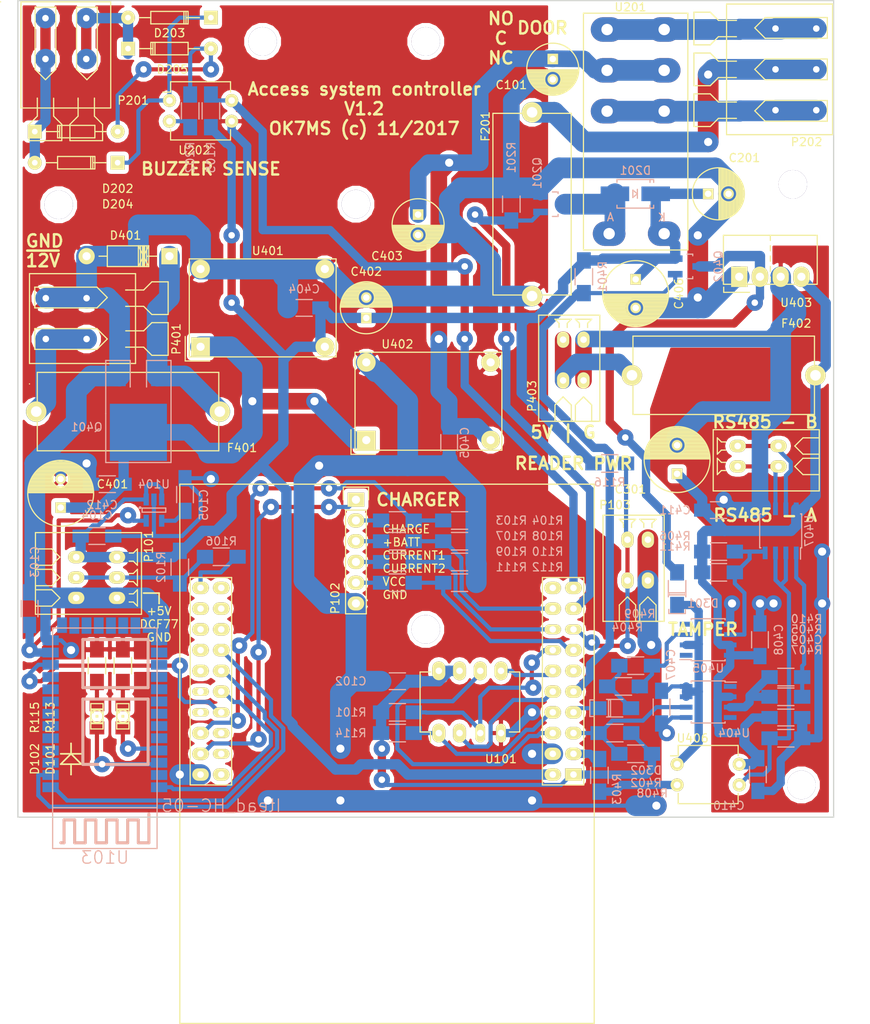
<source format=kicad_pcb>
(kicad_pcb (version 20171114) (host pcbnew "(2017-11-24 revision 9df9384)-master")
  (layers (0 F.Cu signal) (31 B.Cu signal) (34 B.Paste user) (35 F.Paste user) (36 B.SilkS user) (37 F.SilkS user) (38 B.Mask user) (39 F.Mask user) (44 Edge.Cuts user))
  (net 0 "")
  (net 1 GND)
  (net 2 +12V)
  (net 3 +5V)
  (net 4 VCC)
  (net 5 GNDA)
  (net 6 +5VA)
  (net 7 "Net-(D202-Pad2)")
  (net 8 /Door1/BUZZER_IN2)
  (net 9 /Door1/BUZZER_IN1)
  (net 10 "Net-(D203-Pad1)")
  (net 11 +BATT)
  (net 12 "Net-(F402-Pad1)")
  (net 13 /DOOR1)
  (net 14 /~READER_ON)
  (net 15 /MEM_WP)
  (net 16 "Net-(P101-Pad2)")
  (net 17 /BATT_SENSE)
  (net 18 /BUZZ1)
  (net 19 /DCF77)
  (net 20 /CHARGE_SENSE1)
  (net 21 /MEM_CS)
  (net 22 "Net-(R202-Pad1)")
  (net 23 /CHARGE)
  (net 24 /CPU_RX)
  (net 25 /~TX_EN)
  (net 26 "Net-(R403-Pad1)")
  (net 27 "Net-(R404-Pad1)")
  (net 28 /CPU_TX)
  (net 29 "Net-(R405-Pad2)")
  (net 30 /ReaderIntf/UNSAFE_RX)
  (net 31 /ReaderIntf/UNSAFE_TX)
  (net 32 "Net-(R407-Pad1)")
  (net 33 /MEM_MISO)
  (net 34 /MEM_MOSI)
  (net 35 /MEM_SCK)
  (net 36 +3V3)
  (net 37 "Net-(U102-Pad1.06)")
  (net 38 "Net-(U102-Pad3.10)")
  (net 39 "Net-(U102-Pad2.04)")
  (net 40 "Net-(U102-Pad2.05)")
  (net 41 "Net-(U102-Pad2.06)")
  (net 42 "Net-(U102-Pad2.07)")
  (net 43 "Net-(U102-Pad2.08)")
  (net 44 "Net-(U102-Pad2.09)")
  (net 45 "Net-(U102-Pad4.10)")
  (net 46 "Net-(U102-Pad4.09)")
  (net 47 "Net-(U102-Pad4.08)")
  (net 48 "Net-(U102-Pad4.03)")
  (net 49 "Net-(U102-Pad4.02)")
  (net 50 "Net-(U102-Pad4.01)")
  (net 51 /Door1/BUZZER_NO)
  (net 52 /Door1/BUZZER_NC)
  (net 53 /Door1/BUZZER_COM)
  (net 54 /CHARGE_SENSE2)
  (net 55 "Net-(R107-Pad2)")
  (net 56 "Net-(R109-Pad2)")
  (net 57 "Net-(R111-Pad2)")
  (net 58 /Power/PFUSED)
  (net 59 /Power/PIN)
  (net 60 /ReaderIntf/DCDCIN5V)
  (net 61 /Door1/RELAYGND)
  (net 62 "Net-(D101-Pad1)")
  (net 63 "Net-(D101-Pad2)")
  (net 64 "Net-(D102-Pad2)")
  (net 65 "Net-(D102-Pad1)")
  (net 66 /CPU_TX_BT)
  (net 67 /CPU_RX_BT)
  (net 68 /BT_AT_~COMM)
  (net 69 /~BT_RESET)
  (net 70 "Net-(C103-Pad1)")
  (net 71 "Net-(C105-Pad1)")
  (net 72 /TAMPER)
  (net 73 /ReaderIntf/485A)
  (net 74 /ReaderIntf/485B)
  (net 75 "Net-(C401-Pad1)")
  (net 76 /ReaderIntf/DC4.5V)
  (net 77 /ReaderIntf/CPU_TX5)
  (module smd-handsolder:Diode_1206_HandSoldering (layer B.Cu) (at 130.81 122.015 90)
    (fp_text reference D301 (at -1.81 3.175) (layer B.SilkS) (effects (justify mirror)))
    (fp_text value BAT43)
    (pad 1 smd rect (at -2 0 90) (size 2 1.7) (layers B.Cu B.Paste B.Mask) (net 76 /ReaderIntf/DC4.5V))
    (pad 2 smd rect (at 2 0 90) (size 2 1.7) (layers B.Cu B.Paste B.Mask) (net 60 /ReaderIntf/DCDCIN5V))
  )
  (module Mounting_Holes:MountingHole_3-5mm (layer F.Cu) (at 145 72.5)
    (fp_text reference REF** hide)
    (fp_text value MountingHole_3-5mm)
    (pad 1 thru_hole circle (at 0 0) (size 3.5 3.5) (drill 3.5) (layers))
  )
  (module Mounting_Holes:MountingHole_3-5mm (layer F.Cu) (at 80 55)
    (fp_text reference REF** hide)
    (fp_text value MountingHole_3-5mm)
    (pad 1 thru_hole circle (at 0 0) (size 3.5 3.5) (drill 3.5) (layers))
  )
  (module Mounting_Holes:MountingHole_3-5mm (layer F.Cu) (at 146.05 146.05)
    (fp_text reference REF** hide)
    (fp_text value MountingHole_3-5mm)
    (pad 1 thru_hole circle (at 0 0) (size 3.5 3.5) (drill 3.5) (layers))
  )
  (module Mounting_Holes:MountingHole_3-5mm (layer F.Cu) (at 100 127)
    (fp_text reference REF** hide)
    (fp_text value MountingHole_3-5mm)
    (pad 1 thru_hole circle (at 0 0) (size 3.5 3.5) (drill 3.5) (layers))
  )
  (module Mounting_Holes:MountingHole_3-5mm (layer F.Cu) (at 91.44 74.93)
    (fp_text reference REF** hide)
    (fp_text value MountingHole_3-5mm)
    (pad 1 thru_hole circle (at 0 0) (size 3.5 3.5) (drill 3.5) (layers))
  )
  (module Mounting_Holes:MountingHole_3-5mm (layer F.Cu) (at 100 55)
    (fp_text reference REF** hide)
    (fp_text value MountingHole_3-5mm)
    (pad 1 thru_hole circle (at 0 0) (size 3.5 3.5) (drill 3.5) (layers))
  )
  (module Mounting_Holes:MountingHole_3-5mm (layer F.Cu) (at 55 75)
    (fp_text reference REF** hide)
    (fp_text value MountingHole_3-5mm)
    (pad 1 thru_hole circle (at 0 0) (size 3.5 3.5) (drill 3.5) (layers))
  )
  (module th-npth:TI-Launchpad_4-Ports_LargePads (layer F.Cu) (at 95.25 142.24 180)
    (fp_text reference U102 hide)
    (fp_text value EK-TM4C123GXL)
    (pad 1.01 thru_hole rect (at -22.86 -2.54 180) (size 2.032 1.524) (drill 0.8) (layers *.Cu *.Mask F.SilkS) (net 36 +3V3))
    (pad 1.02 thru_hole oval (at -22.86 0 180) (size 2.032 1.524) (drill 0.8) (layers *.Cu *.Mask F.SilkS) (net 25 /~TX_EN))
    (pad 1.03 thru_hole oval (at -22.86 2.54 180) (size 2.032 1.524) (drill 0.8) (layers *.Cu *.Mask F.SilkS) (net 24 /CPU_RX))
    (pad 1.04 thru_hole oval (at -22.86 5.08 180) (size 2.032 1.524) (drill 0.8) (layers *.Cu *.Mask F.SilkS) (net 28 /CPU_TX))
    (pad 1.05 thru_hole oval (at -22.86 7.62 180) (size 2.032 1.524) (drill 0.8) (layers *.Cu *.Mask F.SilkS) (net 14 /~READER_ON))
    (pad 1.06 thru_hole oval (at -22.86 10.16 180) (size 2.032 1.524) (drill 0.8) (layers *.Cu *.Mask F.SilkS) (net 37 "Net-(U102-Pad1.06)"))
    (pad 1.07 thru_hole oval (at -22.86 12.7 180) (size 2.032 1.524) (drill 0.8) (layers *.Cu *.Mask F.SilkS) (net 57 "Net-(R111-Pad2)"))
    (pad 1.08 thru_hole oval (at -22.86 15.24 180) (size 2.032 1.2) (drill 0.8) (layers *.Cu *.Mask F.SilkS) (net 72 /TAMPER))
    (pad 1.09 thru_hole oval (at -22.86 17.78 180) (size 2.032 1.524) (drill 0.8) (layers *.Cu *.Mask F.SilkS) (net 13 /DOOR1))
    (pad 1.10 thru_hole oval (at -22.86 20.32 180) (size 2.032 1.524) (drill 0.8) (layers *.Cu *.Mask F.SilkS) (net 18 /BUZZ1))
    (pad 3.10 thru_hole oval (at -20.32 20.32 180) (size 2.032 1.524) (drill 0.8) (layers *.Cu *.Mask F.SilkS) (net 38 "Net-(U102-Pad3.10)"))
    (pad 3.09 thru_hole oval (at -20.32 17.78 180) (size 2.032 1.524) (drill 0.8) (layers *.Cu *.Mask F.SilkS) (net 55 "Net-(R107-Pad2)"))
    (pad 3.08 thru_hole oval (at -20.32 15.24 180) (size 2.032 1.2) (drill 0.8) (layers *.Cu *.Mask F.SilkS) (net 56 "Net-(R109-Pad2)"))
    (pad 3.07 thru_hole oval (at -20.32 12.7 180) (size 2.032 1.2) (drill 0.8) (layers *.Cu *.Mask F.SilkS) (net 15 /MEM_WP))
    (pad 3.06 thru_hole oval (at -20.32 10.16 180) (size 2.032 1.524) (drill 0.8) (layers *.Cu *.Mask F.SilkS) (net 34 /MEM_MOSI))
    (pad 3.05 thru_hole oval (at -20.32 7.62 180) (size 2.032 1.524) (drill 0.8) (layers *.Cu *.Mask F.SilkS) (net 33 /MEM_MISO))
    (pad 3.04 thru_hole oval (at -20.32 5.08 180) (size 2.032 1.524) (drill 0.8) (layers *.Cu *.Mask F.SilkS) (net 21 /MEM_CS))
    (pad 3.03 thru_hole oval (at -20.32 2.54 180) (size 2.032 1.524) (drill 0.8) (layers *.Cu *.Mask F.SilkS) (net 35 /MEM_SCK))
    (pad 3.02 thru_hole oval (at -20.32 0 180) (size 2.032 1.524) (drill 0.8) (layers *.Cu *.Mask F.SilkS) (net 1 GND))
    (pad 3.01 thru_hole oval (at -20.32 -2.54 180) (size 2.032 1.524) (drill 0.8) (layers *.Cu *.Mask F.SilkS) (net 3 +5V))
    (pad 2.01 thru_hole oval (at 22.86 -2.54 180) (size 2.032 1.524) (drill 0.8) (layers *.Cu *.Mask F.SilkS) (net 1 GND))
    (pad 2.02 thru_hole oval (at 22.86 0 180) (size 2.032 1.524) (drill 0.8) (layers *.Cu *.Mask F.SilkS) (net 23 /CHARGE))
    (pad 2.03 thru_hole oval (at 22.86 2.54 180) (size 2.032 1.524) (drill 0.8) (layers *.Cu *.Mask F.SilkS) (net 17 /BATT_SENSE))
    (pad 2.04 thru_hole oval (at 22.86 5.08 180) (size 2.032 1) (drill 0.8) (layers *.Cu *.Mask F.SilkS) (net 39 "Net-(U102-Pad2.04)"))
    (pad 2.05 thru_hole oval (at 22.86 7.62 180) (size 2.032 1) (drill 0.8) (layers *.Cu *.Mask F.SilkS) (net 40 "Net-(U102-Pad2.05)"))
    (pad 2.06 thru_hole oval (at 22.86 10.16 180) (size 2.032 1.524) (drill 0.8) (layers *.Cu *.Mask F.SilkS) (net 41 "Net-(U102-Pad2.06)"))
    (pad 2.07 thru_hole oval (at 22.86 12.7 180) (size 2.032 1.524) (drill 0.8) (layers *.Cu *.Mask F.SilkS) (net 42 "Net-(U102-Pad2.07)"))
    (pad 2.08 thru_hole oval (at 22.86 15.24 180) (size 2.032 1.524) (drill 0.8) (layers *.Cu *.Mask F.SilkS) (net 43 "Net-(U102-Pad2.08)"))
    (pad 2.09 thru_hole oval (at 22.86 17.78 180) (size 2.032 1.524) (drill 0.8) (layers *.Cu *.Mask F.SilkS) (net 44 "Net-(U102-Pad2.09)"))
    (pad 2.10 thru_hole oval (at 22.86 20.32 180) (size 2.032 1.524) (drill 0.8) (layers *.Cu *.Mask F.SilkS) (net 19 /DCF77))
    (pad 4.10 thru_hole oval (at 20.32 20.32 180) (size 2.032 1.524) (drill 0.8) (layers *.Cu *.Mask F.SilkS) (net 45 "Net-(U102-Pad4.10)"))
    (pad 4.09 thru_hole oval (at 20.32 17.78 180) (size 2.032 1.524) (drill 0.8) (layers *.Cu *.Mask F.SilkS) (net 46 "Net-(U102-Pad4.09)"))
    (pad 4.08 thru_hole oval (at 20.32 15.24 180) (size 2.032 1.524) (drill 0.8) (layers *.Cu *.Mask F.SilkS) (net 47 "Net-(U102-Pad4.08)"))
    (pad 4.07 thru_hole oval (at 20.32 12.7 180) (size 2.032 1.524) (drill 0.8) (layers *.Cu *.Mask F.SilkS) (net 66 /CPU_TX_BT))
    (pad 4.06 thru_hole oval (at 20.32 10.16 180) (size 2.032 1.524) (drill 0.8) (layers *.Cu *.Mask F.SilkS) (net 67 /CPU_RX_BT))
    (pad 4.05 thru_hole oval (at 20.32 7.62 180) (size 2.032 1.524) (drill 0.8) (layers *.Cu *.Mask F.SilkS) (net 68 /BT_AT_~COMM))
    (pad 4.04 thru_hole oval (at 20.32 5.08 180) (size 2.032 1.2) (drill 0.8) (layers *.Cu *.Mask F.SilkS) (net 69 /~BT_RESET))
    (pad 4.03 thru_hole oval (at 20.32 2.54 180) (size 2.032 1.2) (drill 0.8) (layers *.Cu *.Mask F.SilkS) (net 48 "Net-(U102-Pad4.03)"))
    (pad 4.02 thru_hole oval (at 20.32 0 180) (size 2.032 1.2) (drill 0.8) (layers *.Cu *.Mask F.SilkS) (net 49 "Net-(U102-Pad4.02)"))
    (pad 4.01 thru_hole oval (at 20.32 -2.54 180) (size 2.032 1.524) (drill 0.8) (layers *.Cu *.Mask F.SilkS) (net 50 "Net-(U102-Pad4.01)"))
  )
  (module th-npth:DIP-8_W300mil_LongPads (layer F.Cu) (at 101.6 139.7 90)
    (fp_text reference U101 (at -3.175 7.62 180) (layer F.SilkS))
    (fp_text value A25L40P)
    (pad 1 thru_hole oval (at 0 0 90) (size 2.3 1.6) (drill 0.8) (layers *.Cu *.Mask F.SilkS) (net 21 /MEM_CS))
    (pad 2 thru_hole oval (at 0 2.54 90) (size 2.3 1.6) (drill 0.8) (layers *.Cu *.Mask F.SilkS) (net 33 /MEM_MISO))
    (pad 3 thru_hole oval (at 0 5.08 90) (size 2.3 1.2) (drill 0.8) (layers *.Cu *.Mask F.SilkS) (net 15 /MEM_WP))
    (pad 4 thru_hole oval (at 0 7.62 90) (size 2.3 1.2) (drill 0.8) (layers *.Cu *.Mask F.SilkS) (net 1 GND))
    (pad 5 thru_hole oval (at 7.62 7.62 90) (size 2.3 1.6) (drill 0.8) (layers *.Cu *.Mask F.SilkS) (net 34 /MEM_MOSI))
    (pad 6 thru_hole oval (at 7.62 5.08 90) (size 2.3 1.6) (drill 0.8) (layers *.Cu *.Mask F.SilkS) (net 35 /MEM_SCK))
    (pad 7 thru_hole oval (at 7.62 2.54 90) (size 2.3 1.6) (drill 0.8) (layers *.Cu *.Mask F.SilkS) (net 36 +3V3))
    (pad 8 thru_hole oval (at 7.62 0 90) (size 2.3 1.6) (drill 0.8) (layers *.Cu *.Mask F.SilkS) (net 36 +3V3))
  )
  (module th-npth:Wire-2_Wago-233-P2.5mm (layer F.Cu) (at 142.24 106.045 90)
    (fp_text reference P402 hide)
    (fp_text value Wago_233-502)
    (pad 1 thru_hole oval (at -1 1 90) (size 1.5 2) (drill 0.8) (layers *.Cu *.Mask F.SilkS) (net 73 /ReaderIntf/485A))
    (pad 2 thru_hole oval (at 1.5 1 90) (size 1.5 2) (drill 0.8) (layers *.Cu *.Mask F.SilkS) (net 74 /ReaderIntf/485B))
    (pad 2 thru_hole oval (at 1.5 -4 90) (size 1.5 2) (drill 0.8) (layers *.Cu *.Mask F.SilkS) (net 74 /ReaderIntf/485B))
    (pad 1 thru_hole oval (at -1 -4 90) (size 1.5 2) (drill 0.8) (layers *.Cu *.Mask F.SilkS) (net 73 /ReaderIntf/485A))
  )
  (module th-normal:C_Radial_D6.3_L11.2_P2.5 (layer F.Cu) (at 115.57 57.15 270)
    (fp_text reference C101 (at 3.175 5.08) (layer F.SilkS))
    (fp_text value Jamicon_220uF_16V_TKP)
    (pad 2 thru_hole circle (at 2.5 0 270) (size 1.3 1.3) (drill 0.8) (layers *.Cu *.Mask F.SilkS) (net 1 GND))
    (pad 1 thru_hole rect (at 0 0 270) (size 1.3 1.3) (drill 0.8) (layers *.Cu *.Mask F.SilkS) (net 2 +12V))
  )
  (module smd-handsolder:C_1206_HandSoldering (layer B.Cu) (at 96.52 133.35 180)
    (fp_text reference C102 (at 5.715 0) (layer B.SilkS) (effects (justify mirror)))
    (fp_text value C)
    (pad 2 smd rect (at 2 0 180) (size 2 1.6) (layers B.Cu B.Paste B.Mask) (net 1 GND))
    (pad 1 smd rect (at -2 0 180) (size 2 1.6) (layers B.Cu B.Paste B.Mask) (net 36 +3V3))
  )
  (module th-normal:C_Radial_D6.3_L11.2_P2.5 (layer F.Cu) (at 134.62 73.66)
    (fp_text reference C201 (at 4.445 -4.4) (layer F.SilkS))
    (fp_text value Jamicon_220uF_16V_TKP)
    (pad 1 thru_hole rect (at 0 0) (size 1.3 1.3) (drill 0.8) (layers *.Cu *.Mask F.SilkS) (net 3 +5V))
    (pad 2 thru_hole circle (at 2.5 0) (size 1.3 1.3) (drill 0.8) (layers *.Cu *.Mask F.SilkS) (net 1 GND))
  )
  (module th-normal:C_Radial_D6.3_L11.2_P2.5 (layer F.Cu) (at 92.71 88.86 90)
    (fp_text reference C402 (at 5.675 0 180) (layer F.SilkS))
    (fp_text value Jamicon_220uF_16V_TKP)
    (pad 1 thru_hole rect (at 0 0 90) (size 1.3 1.3) (drill 0.8) (layers *.Cu *.Mask F.SilkS) (net 3 +5V))
    (pad 2 thru_hole circle (at 2.5 0 90) (size 1.3 1.3) (drill 0.8) (layers *.Cu *.Mask F.SilkS) (net 1 GND))
  )
  (module th-normal:C_Radial_D6.3_L11.2_P2.5 (layer F.Cu) (at 99.06 76.2 270)
    (fp_text reference C403 (at 5.08 3.81) (layer F.SilkS))
    (fp_text value Jamicon_220uF_16V_TKP)
    (pad 2 thru_hole circle (at 2.5 0 270) (size 1.3 1.3) (drill 0.8) (layers *.Cu *.Mask F.SilkS) (net 1 GND))
    (pad 1 thru_hole rect (at 0 0 270) (size 1.3 1.3) (drill 0.8) (layers *.Cu *.Mask F.SilkS) (net 2 +12V))
  )
  (module smd-handsolder:C_1206_HandSoldering (layer B.Cu) (at 85.09 87.63 180)
    (fp_text reference C404 (at 0 2.3 180) (layer B.SilkS) (effects (justify mirror)))
    (fp_text value C)
    (pad 1 smd rect (at -2 0 180) (size 2 1.6) (layers B.Cu B.Paste B.Mask) (net 3 +5V))
    (pad 2 smd rect (at 2 0 180) (size 2 1.6) (layers B.Cu B.Paste B.Mask) (net 1 GND))
  )
  (module smd-handsolder:C_1206_HandSoldering (layer B.Cu) (at 102.87 104.14 270)
    (fp_text reference C405 (at 0 -1.905 270) (layer B.SilkS) (effects (justify mirror)))
    (fp_text value C)
    (pad 2 smd rect (at 2 0 270) (size 2 1.6) (layers B.Cu B.Paste B.Mask) (net 1 GND))
    (pad 1 smd rect (at -2 0 270) (size 2 1.6) (layers B.Cu B.Paste B.Mask) (net 2 +12V))
  )
  (module smd-handsolder:C_1206_HandSoldering (layer B.Cu) (at 128.905 136.525 90)
    (fp_text reference C407 (at 5.207 1.143 270) (layer B.SilkS) (effects (justify mirror)))
    (fp_text value 100n)
    (pad 1 smd rect (at -2 0 90) (size 2 1.6) (layers B.Cu B.Paste B.Mask) (net 1 GND))
    (pad 2 smd rect (at 2 0 90) (size 2 1.6) (layers B.Cu B.Paste B.Mask) (net 76 /ReaderIntf/DC4.5V))
  )
  (module smd-handsolder:C_1206_HandSoldering (layer B.Cu) (at 140.97 128.27 90)
    (fp_text reference C408 (at 0 2.3 270) (layer B.SilkS) (effects (justify mirror)))
    (fp_text value 100n)
    (pad 2 smd rect (at 2 0 90) (size 2 1.6) (layers B.Cu B.Paste B.Mask) (net 5 GNDA))
    (pad 1 smd rect (at -2 0 90) (size 2 1.6) (layers B.Cu B.Paste B.Mask) (net 6 +5VA))
  )
  (module smd-handsolder:C_1206_HandSoldering (layer B.Cu) (at 144.145 137.795 180)
    (fp_text reference C409 (at -2.54 9.525) (layer B.SilkS) (effects (justify mirror)))
    (fp_text value 100n)
    (pad 2 smd rect (at 2 0 180) (size 2 1.6) (layers B.Cu B.Paste B.Mask) (net 6 +5VA))
    (pad 1 smd rect (at -2 0 180) (size 2 1.6) (layers B.Cu B.Paste B.Mask) (net 5 GNDA))
  )
  (module smd-handsolder:C_1206_HandSoldering (layer B.Cu) (at 140.716 144.78 90)
    (fp_text reference C410 (at -3.81 -3.556) (layer B.SilkS) (effects (justify mirror)))
    (fp_text value 100n)
    (pad 1 smd rect (at -2 0 90) (size 2 1.6) (layers B.Cu B.Paste B.Mask) (net 5 GNDA))
    (pad 2 smd rect (at 2 0 90) (size 2 1.6) (layers B.Cu B.Paste B.Mask) (net 6 +5VA))
  )
  (module smd-handsolder:C_1206_HandSoldering (layer B.Cu) (at 135.89 112.395 180)
    (fp_text reference C411 (at 5.334 0) (layer B.SilkS) (effects (justify mirror)))
    (fp_text value 100n)
    (pad 1 smd rect (at -2 0 180) (size 2 1.6) (layers B.Cu B.Paste B.Mask) (net 5 GNDA))
    (pad 2 smd rect (at 2 0 180) (size 2 1.6) (layers B.Cu B.Paste B.Mask) (net 6 +5VA))
  )
  (module smd-handsolder:Diode-SMA_Handsoldering (layer B.Cu) (at 125.68936 73.66 180)
    (fp_text reference D201 (at 0 2.85) (layer B.SilkS) (effects (justify mirror)))
    (fp_text value SK110)
    (fp_text user K (at -3.25 -2.9) (layer B.SilkS) (effects (justify mirror)))
    (fp_text user A (at 3.05 -2.85) (layer B.SilkS) (effects (justify mirror)))
    (pad 1 smd rect (at -2.49936 0 180) (size 3.50012 1.80086) (layers B.Cu B.Paste B.Mask) (net 3 +5V))
    (pad 2 smd rect (at 2.49936 0 180) (size 3.50012 1.80086) (layers B.Cu B.Paste B.Mask) (net 61 /Door1/RELAYGND))
  )
  (module th-npth:Diode_DO-35_SOD27_Horizontal_RM10 (layer F.Cu) (at 52.06948 66.04254)
    (fp_text reference D202 (at 10.16052 6.98246) (layer F.SilkS))
    (fp_text value SD103A)
    (pad 2 thru_hole circle (at 10.16052 -0.00254 180) (size 1.69926 1.69926) (drill 0.70104) (layers *.Cu *.Mask F.SilkS) (net 7 "Net-(D202-Pad2)"))
    (pad 1 thru_hole rect (at 0.00052 -0.00254 180) (size 1.69926 1.69926) (drill 0.70104) (layers *.Cu *.Mask F.SilkS) (net 8 /Door1/BUZZER_IN2))
  )
  (module th-npth:Diode_DO-35_SOD27_Horizontal_RM10 (layer F.Cu) (at 73.6574 52.0827 180)
    (fp_text reference D203 (at 5.0774 -1.8923 180) (layer F.SilkS))
    (fp_text value SD103A)
    (pad 2 thru_hole circle (at 10.16052 -0.00254) (size 1.69926 1.69926) (drill 0.70104) (layers *.Cu *.Mask F.SilkS) (net 9 /Door1/BUZZER_IN1))
    (pad 1 thru_hole rect (at 0.00052 -0.00254) (size 1.69926 1.69926) (drill 0.70104) (layers *.Cu *.Mask F.SilkS) (net 10 "Net-(D203-Pad1)"))
  )
  (module th-npth:Diode_DO-35_SOD27_Horizontal_RM10 (layer F.Cu) (at 62.23052 69.84746 180)
    (fp_text reference D204 (at 0.00052 -5.08254 180) (layer F.SilkS))
    (fp_text value SD103A)
    (pad 1 thru_hole rect (at 0.00052 -0.00254) (size 1.69926 1.69926) (drill 0.70104) (layers *.Cu *.Mask F.SilkS) (net 10 "Net-(D203-Pad1)"))
    (pad 2 thru_hole circle (at 10.16052 -0.00254) (size 1.69926 1.69926) (drill 0.70104) (layers *.Cu *.Mask F.SilkS) (net 8 /Door1/BUZZER_IN2))
  )
  (module th-npth:Diode_DO-35_SOD27_Horizontal_RM10 (layer F.Cu) (at 63.5 55.88)
    (fp_text reference D205 (at 5.43052 2.53746) (layer F.SilkS))
    (fp_text value SD103A)
    (pad 1 thru_hole rect (at 0.00052 -0.00254 180) (size 1.69926 1.69926) (drill 0.70104) (layers *.Cu *.Mask F.SilkS) (net 9 /Door1/BUZZER_IN1))
    (pad 2 thru_hole circle (at 10.16052 -0.00254 180) (size 1.69926 1.69926) (drill 0.70104) (layers *.Cu *.Mask F.SilkS) (net 7 "Net-(D202-Pad2)"))
  )
  (module th-normal:Diode_DO-41_SOD81_Horizontal_RM10 (layer F.Cu) (at 68.58 81.29524 180)
    (fp_text reference D401 (at 5.38734 2.53746 180) (layer F.SilkS))
    (fp_text value BZX85C15)
    (pad 2 thru_hole circle (at 10.16 -0.00254) (size 1.99898 1.99898) (drill 1) (layers *.Cu *.Mask F.SilkS) (net 1 GND))
    (pad 1 thru_hole rect (at 0 -0.00254) (size 1.99898 1.99898) (drill 1) (layers *.Cu *.Mask F.SilkS) (net 58 /Power/PFUSED))
  )
  (module th-normal:Fuse_5x20_Schurter-0031-8201 (layer F.Cu) (at 63.5 100.33 180)
    (fp_text reference F401 (at -13.97 -4.445 180) (layer F.SilkS))
    (fp_text value FUSE)
    (pad 2 thru_hole circle (at 11.25 0 180) (size 2.5 2.5) (drill 1.3) (layers *.Cu *.Mask F.SilkS) (net 59 /Power/PIN))
    (pad 1 thru_hole circle (at -11.25 0 180) (size 2.5 2.5) (drill 1.3) (layers *.Cu *.Mask F.SilkS) (net 58 /Power/PFUSED))
  )
  (module th-normal:Fuse_5x20_Schurter-0031-8201 (layer F.Cu) (at 136.525 95.885)
    (fp_text reference F402 (at 8.89 -6.35) (layer F.SilkS))
    (fp_text value FUSE)
    (pad 1 thru_hole circle (at -11.25 0) (size 2.5 2.5) (drill 1.3) (layers *.Cu *.Mask F.SilkS) (net 12 "Net-(F402-Pad1)"))
    (pad 2 thru_hole circle (at 11.25 0) (size 2.5 2.5) (drill 1.3) (layers *.Cu *.Mask F.SilkS) (net 6 +5VA))
  )
  (module smd-handsolder:SOT-23_HandSoldering (layer B.Cu) (at 115.57 74.93 90)
    (fp_text reference Q201 (at 3.81 -1.905 90) (layer B.SilkS) (effects (justify mirror)))
    (fp_text value 2N7002K)
    (pad 3 smd rect (at 0 1.50114 90) (size 0.8001 1.80086) (layers B.Cu B.Paste B.Mask) (net 61 /Door1/RELAYGND))
    (pad 2 smd rect (at 0.95 -1.50114 90) (size 0.8001 1.80086) (layers B.Cu B.Paste B.Mask) (net 1 GND))
    (pad 1 smd rect (at -0.95 -1.50114 90) (size 0.8001 1.80086) (layers B.Cu B.Paste B.Mask) (net 13 /DOOR1))
  )
  (module smd-handsolder:DPAK_HandSoldering (layer B.Cu) (at 64.77 100.57)
    (fp_text reference Q401 (at -6.35 1.665) (layer B.SilkS) (effects (justify mirror)))
    (fp_text value IRFU9024)
    (pad 4 smd rect (at 0 2.3) (size 7 7) (layers B.Cu B.Paste B.Mask) (net 75 "Net-(C401-Pad1)"))
    (pad 1 smd rect (at -2.3 -4.6) (size 1.5 2.5) (layers B.Cu B.Paste B.Mask) (net 1 GND))
    (pad 3 smd rect (at 2.3 -4.6) (size 1.5 2.5) (layers B.Cu B.Paste B.Mask) (net 58 /Power/PFUSED))
  )
  (module smd-handsolder:SOT-23_HandSoldering (layer B.Cu) (at 132.08 82.55 90)
    (fp_text reference Q402 (at 0 3.81 90) (layer B.SilkS) (effects (justify mirror)))
    (fp_text value IRLML6402)
    (pad 1 smd rect (at -0.95 -1.50114 90) (size 0.8001 1.80086) (layers B.Cu B.Paste B.Mask) (net 14 /~READER_ON))
    (pad 2 smd rect (at 0.95 -1.50114 90) (size 0.8001 1.80086) (layers B.Cu B.Paste B.Mask) (net 3 +5V))
    (pad 3 smd rect (at 0 1.50114 90) (size 0.8001 1.80086) (layers B.Cu B.Paste B.Mask) (net 60 /ReaderIntf/DCDCIN5V))
  )
  (module smd-handsolder:R_1206_HandSoldering (layer B.Cu) (at 96.52 137.16)
    (fp_text reference R101 (at -5.715 0) (layer B.SilkS) (effects (justify mirror)))
    (fp_text value 10k)
    (pad 1 smd rect (at -2 0) (size 2 1.7) (layers B.Cu B.Paste B.Mask) (net 36 +3V3))
    (pad 2 smd rect (at 2 0) (size 2 1.7) (layers B.Cu B.Paste B.Mask) (net 15 /MEM_WP))
  )
  (module smd-handsolder:R_1206_HandSoldering (layer B.Cu) (at 69.85 119.38 270)
    (fp_text reference R102 (at 0 2.3 270) (layer B.SilkS) (effects (justify mirror)))
    (fp_text value 10k)
    (pad 2 smd rect (at 2 0 270) (size 2 1.7) (layers B.Cu B.Paste B.Mask) (net 16 "Net-(P101-Pad2)"))
    (pad 1 smd rect (at -2 0 270) (size 2 1.7) (layers B.Cu B.Paste B.Mask) (net 3 +5V))
  )
  (module smd-handsolder:R_1206_HandSoldering (layer B.Cu) (at 96.52 113.665)
    (fp_text reference R103 (at 13.97 0) (layer B.SilkS) (effects (justify mirror)))
    (fp_text value 100k)
    (pad 2 smd rect (at 2 0) (size 2 1.7) (layers B.Cu B.Paste B.Mask) (net 17 /BATT_SENSE))
    (pad 1 smd rect (at -2 0) (size 2 1.7) (layers B.Cu B.Paste B.Mask) (net 11 +BATT))
  )
  (module smd-handsolder:R_1206_HandSoldering (layer B.Cu) (at 104.14 113.665)
    (fp_text reference R104 (at 10.795 0) (layer B.SilkS) (effects (justify mirror)))
    (fp_text value 25k)
    (pad 1 smd rect (at -2 0) (size 2 1.7) (layers B.Cu B.Paste B.Mask) (net 17 /BATT_SENSE))
    (pad 2 smd rect (at 2 0) (size 2 1.7) (layers B.Cu B.Paste B.Mask) (net 1 GND))
  )
  (module smd-handsolder:R_1206_HandSoldering (layer B.Cu) (at 73.66 63.5 90)
    (fp_text reference R105 (at -5.715 0 90) (layer B.SilkS) (effects (justify mirror)))
    (fp_text value 10k)
    (pad 2 smd rect (at 2 0 90) (size 2 1.7) (layers B.Cu B.Paste B.Mask) (net 18 /BUZZ1))
    (pad 1 smd rect (at -2 0 90) (size 2 1.7) (layers B.Cu B.Paste B.Mask) (net 3 +5V))
  )
  (module smd-handsolder:R_1206_HandSoldering (layer B.Cu) (at 74.93 118.11)
    (fp_text reference R106 (at 0 -1.905) (layer B.SilkS) (effects (justify mirror)))
    (fp_text value 0)
    (pad 1 smd rect (at -2 0) (size 2 1.7) (layers B.Cu B.Paste B.Mask) (net 16 "Net-(P101-Pad2)"))
    (pad 2 smd rect (at 2 0) (size 2 1.7) (layers B.Cu B.Paste B.Mask) (net 19 /DCF77))
  )
  (module smd-handsolder:R_1206_HandSoldering (layer B.Cu) (at 96.52 116.205)
    (fp_text reference R107 (at 13.97 -0.635) (layer B.SilkS) (effects (justify mirror)))
    (fp_text value 100k)
    (pad 2 smd rect (at 2 0) (size 2 1.7) (layers B.Cu B.Paste B.Mask) (net 55 "Net-(R107-Pad2)"))
    (pad 1 smd rect (at -2 0) (size 2 1.7) (layers B.Cu B.Paste B.Mask) (net 54 /CHARGE_SENSE2))
  )
  (module smd-handsolder:R_1206_HandSoldering (layer B.Cu) (at 104.14 116.205)
    (fp_text reference R108 (at 10.795 -0.635) (layer B.SilkS) (effects (justify mirror)))
    (fp_text value 25k)
    (pad 1 smd rect (at -2 0) (size 2 1.7) (layers B.Cu B.Paste B.Mask) (net 55 "Net-(R107-Pad2)"))
    (pad 2 smd rect (at 2 0) (size 2 1.7) (layers B.Cu B.Paste B.Mask) (net 1 GND))
  )
  (module smd-handsolder:R_1206_HandSoldering (layer B.Cu) (at 96.52 118.745)
    (fp_text reference R109 (at 13.97 -1.27) (layer B.SilkS) (effects (justify mirror)))
    (fp_text value 100k)
    (pad 1 smd rect (at -2 0) (size 2 1.7) (layers B.Cu B.Paste B.Mask) (net 20 /CHARGE_SENSE1))
    (pad 2 smd rect (at 2 0) (size 2 1.7) (layers B.Cu B.Paste B.Mask) (net 56 "Net-(R109-Pad2)"))
  )
  (module smd-handsolder:R_1206_HandSoldering (layer B.Cu) (at 104.14 118.745)
    (fp_text reference R110 (at 10.795 -1.27) (layer B.SilkS) (effects (justify mirror)))
    (fp_text value 25k)
    (pad 2 smd rect (at 2 0) (size 2 1.7) (layers B.Cu B.Paste B.Mask) (net 1 GND))
    (pad 1 smd rect (at -2 0) (size 2 1.7) (layers B.Cu B.Paste B.Mask) (net 56 "Net-(R109-Pad2)"))
  )
  (module smd-handsolder:R_1206_HandSoldering (layer B.Cu) (at 96.52 139.7)
    (fp_text reference R114 (at -5.715 0) (layer B.SilkS) (effects (justify mirror)))
    (fp_text value 10k)
    (pad 2 smd rect (at 2 0) (size 2 1.7) (layers B.Cu B.Paste B.Mask) (net 21 /MEM_CS))
    (pad 1 smd rect (at -2 0) (size 2 1.7) (layers B.Cu B.Paste B.Mask) (net 36 +3V3))
  )
  (module smd-handsolder:R_1206_HandSoldering (layer B.Cu) (at 110.49 74.93 90)
    (fp_text reference R201 (at 5.715 0 90) (layer B.SilkS) (effects (justify mirror)))
    (fp_text value R)
    (pad 1 smd rect (at -2 0 90) (size 2 1.7) (layers B.Cu B.Paste B.Mask) (net 13 /DOOR1))
    (pad 2 smd rect (at 2 0 90) (size 2 1.7) (layers B.Cu B.Paste B.Mask) (net 1 GND))
  )
  (module smd-handsolder:R_1206_HandSoldering (layer B.Cu) (at 71.12 63.5 90)
    (fp_text reference R202 (at -5.715 0 90) (layer B.SilkS) (effects (justify mirror)))
    (fp_text value R)
    (pad 1 smd rect (at -2 0 90) (size 2 1.7) (layers B.Cu B.Paste B.Mask) (net 22 "Net-(R202-Pad1)"))
    (pad 2 smd rect (at 2 0 90) (size 2 1.7) (layers B.Cu B.Paste B.Mask) (net 7 "Net-(D202-Pad2)"))
  )
  (module smd-handsolder:R_1206_HandSoldering (layer B.Cu) (at 119.38 83.82 90)
    (fp_text reference R401 (at 0 2.3 90) (layer B.SilkS) (effects (justify mirror)))
    (fp_text value 10k)
    (pad 1 smd rect (at -2 0 90) (size 2 1.7) (layers B.Cu B.Paste B.Mask) (net 14 /~READER_ON))
    (pad 2 smd rect (at 2 0 90) (size 2 1.7) (layers B.Cu B.Paste B.Mask) (net 3 +5V))
  )
  (module smd-handsolder:R_1206_HandSoldering (layer B.Cu) (at 123.19 139.7)
    (fp_text reference R402 (at 3.81 6.096) (layer B.SilkS) (effects (justify mirror)))
    (fp_text value 1k)
    (pad 2 smd rect (at 2 0) (size 2 1.7) (layers B.Cu B.Paste B.Mask) (net 36 +3V3))
    (pad 1 smd rect (at -2 0) (size 2 1.7) (layers B.Cu B.Paste B.Mask) (net 24 /CPU_RX))
  )
  (module smd-handsolder:R_1206_HandSoldering (layer B.Cu) (at 121.285 144.875 90)
    (fp_text reference R403 (at -1.683 2.159 270) (layer B.SilkS) (effects (justify mirror)))
    (fp_text value R)
    (pad 2 smd rect (at 2 0 90) (size 2 1.7) (layers B.Cu B.Paste B.Mask) (net 25 /~TX_EN))
    (pad 1 smd rect (at -2 0 90) (size 2 1.7) (layers B.Cu B.Paste B.Mask) (net 26 "Net-(R403-Pad1)"))
  )
  (module smd-handsolder:R_1206_HandSoldering (layer B.Cu) (at 124.238 133.985 180)
    (fp_text reference R404 (at -0.476 7.239) (layer B.SilkS) (effects (justify mirror)))
    (fp_text value 1k)
    (pad 1 smd rect (at -2 0 180) (size 2 1.7) (layers B.Cu B.Paste B.Mask) (net 27 "Net-(R404-Pad1)"))
    (pad 2 smd rect (at 2 0 180) (size 2 1.7) (layers B.Cu B.Paste B.Mask) (net 77 /ReaderIntf/CPU_TX5))
  )
  (module smd-handsolder:R_1206_HandSoldering (layer B.Cu) (at 144.145 135.255 180)
    (fp_text reference R405 (at -2.54 8.255) (layer B.SilkS) (effects (justify mirror)))
    (fp_text value 1k)
    (pad 2 smd rect (at 2 0 180) (size 2 1.7) (layers B.Cu B.Paste B.Mask) (net 29 "Net-(R405-Pad2)"))
    (pad 1 smd rect (at -2 0 180) (size 2 1.7) (layers B.Cu B.Paste B.Mask) (net 30 /ReaderIntf/UNSAFE_RX))
  )
  (module smd-handsolder:R_1206_HandSoldering (layer B.Cu) (at 135.89 117.475)
    (fp_text reference R406 (at -5.334 -1.905) (layer B.SilkS) (effects (justify mirror)))
    (fp_text value 1k)
    (pad 1 smd rect (at -2 0) (size 2 1.7) (layers B.Cu B.Paste B.Mask) (net 6 +5VA))
    (pad 2 smd rect (at 2 0) (size 2 1.7) (layers B.Cu B.Paste B.Mask) (net 31 /ReaderIntf/UNSAFE_TX))
  )
  (module smd-handsolder:R_1206_HandSoldering (layer B.Cu) (at 144.145 140.335)
    (fp_text reference R407 (at 2.54 -10.795) (layer B.SilkS) (effects (justify mirror)))
    (fp_text value 10k)
    (pad 2 smd rect (at 2 0) (size 2 1.7) (layers B.Cu B.Paste B.Mask) (net 5 GNDA))
    (pad 1 smd rect (at -2 0) (size 2 1.7) (layers B.Cu B.Paste B.Mask) (net 32 "Net-(R407-Pad1)"))
  )
  (module smd-handsolder:R_1206_HandSoldering (layer B.Cu) (at 125.73 142.24)
    (fp_text reference R408 (at 2.032 4.826) (layer B.SilkS) (effects (justify mirror)))
    (fp_text value 1k)
    (pad 1 smd rect (at -2 0) (size 2 1.7) (layers B.Cu B.Paste B.Mask) (net 24 /CPU_RX))
    (pad 2 smd rect (at 2 0) (size 2 1.7) (layers B.Cu B.Paste B.Mask) (net 36 +3V3))
  )
  (module smd-handsolder:R_1206_HandSoldering (layer B.Cu) (at 125.73 131.445 180)
    (fp_text reference R409 (at -0.508 6.35) (layer B.SilkS) (effects (justify mirror)))
    (fp_text value 1k)
    (pad 1 smd rect (at -2 0 180) (size 2 1.7) (layers B.Cu B.Paste B.Mask) (net 27 "Net-(R404-Pad1)"))
    (pad 2 smd rect (at 2 0 180) (size 2 1.7) (layers B.Cu B.Paste B.Mask) (net 77 /ReaderIntf/CPU_TX5))
  )
  (module smd-handsolder:R_1206_HandSoldering (layer B.Cu) (at 144.145 132.842 180)
    (fp_text reference R410 (at -2.54 7.112) (layer B.SilkS) (effects (justify mirror)))
    (fp_text value 1k)
    (pad 1 smd rect (at -2 0 180) (size 2 1.7) (layers B.Cu B.Paste B.Mask) (net 30 /ReaderIntf/UNSAFE_RX))
    (pad 2 smd rect (at 2 0 180) (size 2 1.7) (layers B.Cu B.Paste B.Mask) (net 29 "Net-(R405-Pad2)"))
  )
  (module smd-handsolder:R_1206_HandSoldering (layer B.Cu) (at 135.89 120.015)
    (fp_text reference R411 (at -5.334 -3.175) (layer B.SilkS) (effects (justify mirror)))
    (fp_text value 1k)
    (pad 2 smd rect (at 2 0) (size 2 1.7) (layers B.Cu B.Paste B.Mask) (net 31 /ReaderIntf/UNSAFE_TX))
    (pad 1 smd rect (at -2 0) (size 2 1.7) (layers B.Cu B.Paste B.Mask) (net 6 +5VA))
  )
  (module th-normal:DIP-4_W300mil (layer F.Cu) (at 68.58 62.23)
    (fp_text reference U202 (at 3.048 6.096) (layer F.SilkS))
    (fp_text value Cosmo_1010-817)
    (pad 4 thru_hole oval (at 7.62 0) (size 1.6 1.6) (drill 0.8) (layers *.Cu *.Mask F.SilkS) (net 18 /BUZZ1))
    (pad 3 thru_hole oval (at 7.62 2.54) (size 1.6 1.6) (drill 0.8) (layers *.Cu *.Mask F.SilkS) (net 1 GND))
    (pad 2 thru_hole oval (at 0 2.54) (size 1.6 1.6) (drill 0.8) (layers *.Cu *.Mask F.SilkS) (net 22 "Net-(R202-Pad1)"))
    (pad 1 thru_hole oval (at 0 0) (size 1.6 1.6) (drill 0.8) (layers *.Cu *.Mask F.SilkS) (net 10 "Net-(D203-Pad1)"))
  )
  (module th-normal:DcDc_MH_MINI_360 (layer F.Cu) (at 80.01 87.63 90)
    (fp_text reference U401 (at 6.985 0.635 180) (layer F.SilkS))
    (fp_text value Mini-360)
    (pad 1 thru_hole rect (at -4.7625 -7.62 90) (size 2.3 2.3) (drill 1) (layers *.Cu *.Mask F.SilkS) (net 75 "Net-(C401-Pad1)"))
    (pad 4 thru_hole circle (at 4.7625 -7.62 90) (size 2.3 2.3) (drill 1) (layers *.Cu *.Mask F.SilkS) (net 1 GND))
    (pad 3 thru_hole circle (at 4.7625 7.62 90) (size 2.3 2.3) (drill 1) (layers *.Cu *.Mask F.SilkS) (net 1 GND))
    (pad 2 thru_hole circle (at -4.7625 7.62 90) (size 2.3 2.3) (drill 1) (layers *.Cu *.Mask F.SilkS) (net 3 +5V))
  )
  (module th-normal:DcDc_Roe_SIP-4 (layer F.Cu) (at 142.24 83.82)
    (fp_text reference U403 (at 3.175 3.175) (layer F.SilkS))
    (fp_text value ROE-0505S)
    (pad 1 thru_hole rect (at -3.81 0) (size 2 2.5) (drill 1) (layers *.Cu *.Mask F.SilkS) (net 1 GND))
    (pad 2 thru_hole oval (at -1.27 0) (size 2 2.5) (drill 1) (layers *.Cu *.Mask F.SilkS) (net 60 /ReaderIntf/DCDCIN5V))
    (pad 3 thru_hole oval (at 1.27 0) (size 2 2.5) (drill 1) (layers *.Cu *.Mask F.SilkS) (net 5 GNDA))
    (pad 4 thru_hole oval (at 3.81 0) (size 2 2.5) (drill 1) (layers *.Cu *.Mask F.SilkS) (net 6 +5VA))
  )
  (module smd-normal:SOIC-8_3.9x4.9mm_Pitch1.27mm (layer B.Cu) (at 134.62 135.89 180)
    (fp_text reference U404 (at -3.175 -3.81) (layer B.SilkS) (effects (justify mirror)))
    (fp_text value HCPL-0601-500E)
    (pad 1 smd rect (at -2.7 1.905 180) (size 1.55 0.6) (layers B.Cu B.Paste B.Mask))
    (pad 2 smd rect (at -2.7 0.635 180) (size 1.55 0.6) (layers B.Cu B.Paste B.Mask) (net 6 +5VA))
    (pad 3 smd rect (at -2.7 -0.635 180) (size 1.55 0.6) (layers B.Cu B.Paste B.Mask) (net 29 "Net-(R405-Pad2)"))
    (pad 4 smd rect (at -2.7 -1.905 180) (size 1.55 0.6) (layers B.Cu B.Paste B.Mask))
    (pad 5 smd rect (at 2.7 -1.905 180) (size 1.55 0.6) (layers B.Cu B.Paste B.Mask) (net 1 GND))
    (pad 6 smd rect (at 2.7 -0.635 180) (size 1.55 0.6) (layers B.Cu B.Paste B.Mask) (net 24 /CPU_RX))
    (pad 7 smd rect (at 2.7 0.635 180) (size 1.55 0.6) (layers B.Cu B.Paste B.Mask) (net 76 /ReaderIntf/DC4.5V))
    (pad 8 smd rect (at 2.7 1.905 180) (size 1.55 0.6) (layers B.Cu B.Paste B.Mask) (net 76 /ReaderIntf/DC4.5V))
  )
  (module smd-normal:SOIC-8_3.9x4.9mm_Pitch1.27mm (layer B.Cu) (at 134.62 128.27)
    (fp_text reference U405 (at 0 3.5) (layer B.SilkS) (effects (justify mirror)))
    (fp_text value HCPL-0601-500E)
    (pad 8 smd rect (at 2.7 1.905) (size 1.55 0.6) (layers B.Cu B.Paste B.Mask) (net 6 +5VA))
    (pad 7 smd rect (at 2.7 0.635) (size 1.55 0.6) (layers B.Cu B.Paste B.Mask) (net 6 +5VA))
    (pad 6 smd rect (at 2.7 -0.635) (size 1.55 0.6) (layers B.Cu B.Paste B.Mask) (net 31 /ReaderIntf/UNSAFE_TX))
    (pad 5 smd rect (at 2.7 -1.905) (size 1.55 0.6) (layers B.Cu B.Paste B.Mask) (net 5 GNDA))
    (pad 4 smd rect (at -2.7 -1.905) (size 1.55 0.6) (layers B.Cu B.Paste B.Mask))
    (pad 3 smd rect (at -2.7 -0.635) (size 1.55 0.6) (layers B.Cu B.Paste B.Mask) (net 27 "Net-(R404-Pad1)"))
    (pad 2 smd rect (at -2.7 0.635) (size 1.55 0.6) (layers B.Cu B.Paste B.Mask) (net 76 /ReaderIntf/DC4.5V))
    (pad 1 smd rect (at -2.7 1.905) (size 1.55 0.6) (layers B.Cu B.Paste B.Mask))
  )
  (module th-normal:DIP-4_W300mil (layer F.Cu) (at 130.81 143.51)
    (fp_text reference U406 (at 1.905 -3.175) (layer F.SilkS))
    (fp_text value Cosmo_1010-817)
    (pad 1 thru_hole oval (at 0 0) (size 1.6 1.6) (drill 0.8) (layers *.Cu *.Mask F.SilkS) (net 76 /ReaderIntf/DC4.5V))
    (pad 2 thru_hole oval (at 0 2.54) (size 1.6 1.6) (drill 0.8) (layers *.Cu *.Mask F.SilkS) (net 26 "Net-(R403-Pad1)"))
    (pad 3 thru_hole oval (at 7.62 2.54) (size 1.6 1.6) (drill 0.8) (layers *.Cu *.Mask F.SilkS) (net 32 "Net-(R407-Pad1)"))
    (pad 4 thru_hole oval (at 7.62 0) (size 1.6 1.6) (drill 0.8) (layers *.Cu *.Mask F.SilkS) (net 6 +5VA))
  )
  (module smd-normal:SOIC-8_3.9x4.9mm_Pitch1.27mm (layer B.Cu) (at 143.51 114.935 90)
    (fp_text reference U407 (at 0 3.5 90) (layer B.SilkS) (effects (justify mirror)))
    (fp_text value SN75176BDR)
    (pad 1 smd rect (at -2.7 1.905 90) (size 1.55 0.6) (layers B.Cu B.Paste B.Mask) (net 30 /ReaderIntf/UNSAFE_RX))
    (pad 2 smd rect (at -2.7 0.635 90) (size 1.55 0.6) (layers B.Cu B.Paste B.Mask) (net 32 "Net-(R407-Pad1)"))
    (pad 3 smd rect (at -2.7 -0.635 90) (size 1.55 0.6) (layers B.Cu B.Paste B.Mask) (net 32 "Net-(R407-Pad1)"))
    (pad 4 smd rect (at -2.7 -1.905 90) (size 1.55 0.6) (layers B.Cu B.Paste B.Mask) (net 31 /ReaderIntf/UNSAFE_TX))
    (pad 5 smd rect (at 2.7 -1.905 90) (size 1.55 0.6) (layers B.Cu B.Paste B.Mask) (net 5 GNDA))
    (pad 6 smd rect (at 2.7 -0.635 90) (size 1.55 0.6) (layers B.Cu B.Paste B.Mask) (net 73 /ReaderIntf/485A))
    (pad 7 smd rect (at 2.7 0.635 90) (size 1.55 0.6) (layers B.Cu B.Paste B.Mask) (net 74 /ReaderIntf/485B))
    (pad 8 smd rect (at 2.7 1.905 90) (size 1.55 0.6) (layers B.Cu B.Paste B.Mask) (net 6 +5VA))
  )
  (module th-npth:Wire-3_Wago-233-P2.5mm (layer F.Cu) (at 58.15 120.15 270)
    (fp_text reference P101 (at -3.31 -7.89 270) (layer F.SilkS))
    (fp_text value WAGO233)
    (pad 3 thru_hole oval (at 3 -4 270) (size 1.5 2) (drill 0.8) (layers *.Cu *.Mask F.SilkS) (net 1 GND))
    (pad 3 thru_hole oval (at 3 1 270) (size 1.5 2) (drill 0.8) (layers *.Cu *.Mask F.SilkS) (net 1 GND))
    (pad 1 thru_hole oval (at -2 -4 270) (size 1.5 2) (drill 0.8) (layers *.Cu *.Mask F.SilkS) (net 3 +5V))
    (pad 2 thru_hole oval (at 0.5 -4 270) (size 1.5 2) (drill 0.8) (layers *.Cu *.Mask F.SilkS) (net 16 "Net-(P101-Pad2)"))
    (pad 2 thru_hole oval (at 0.5 1 270) (size 1.5 2) (drill 0.8) (layers *.Cu *.Mask F.SilkS) (net 16 "Net-(P101-Pad2)"))
    (pad 1 thru_hole oval (at -2 1 270) (size 1.5 2) (drill 0.8) (layers *.Cu *.Mask F.SilkS) (net 3 +5V))
  )
  (module th-npth:Wire-2_WAGO-255_P5mm_HandSoldering (layer F.Cu) (at 55.88 57.15 180)
    (fp_text reference P201 (at -8.255 -5.08 180) (layer F.SilkS))
    (fp_text value WAGO255)
    (pad 1 thru_hole circle (at -2.5 5 180) (size 2.5 2.5) (drill 0.8) (layers *.Cu *.Mask) (net 9 /Door1/BUZZER_IN1))
    (pad 2 thru_hole circle (at 2.5 5 180) (size 2.5 2.5) (drill 0.8) (layers *.Cu *.Mask) (net 8 /Door1/BUZZER_IN2))
    (pad 2 thru_hole circle (at 2.5 0 180) (size 2.5 2.5) (drill 0.8) (layers *.Cu *.Mask) (net 8 /Door1/BUZZER_IN2))
    (pad 1 thru_hole circle (at -2.5 0 180) (size 2.5 2.5) (drill 0.8) (layers *.Cu *.Mask) (net 9 /Door1/BUZZER_IN1))
  )
  (module th-npth:Wire-3_WAGO-255_P5mm_HandSoldering (layer F.Cu) (at 142.875 58.42 90)
    (fp_text reference P202 (at -8.89 3.81 180) (layer F.SilkS))
    (fp_text value WAGO255)
    (pad 1 thru_hole circle (at -5 5 90) (size 2.5 2.5) (drill 0.8) (layers *.Cu *.Mask) (net 52 /Door1/BUZZER_NC))
    (pad 2 thru_hole circle (at 0 5 90) (size 2.5 2.5) (drill 0.8) (layers *.Cu *.Mask) (net 53 /Door1/BUZZER_COM))
    (pad 3 thru_hole circle (at 5 5 90) (size 2.5 2.5) (drill 0.8) (layers *.Cu *.Mask) (net 51 /Door1/BUZZER_NO))
    (pad 3 thru_hole circle (at 5 0 90) (size 2.5 2.5) (drill 0.8) (layers *.Cu *.Mask) (net 51 /Door1/BUZZER_NO))
    (pad 2 thru_hole circle (at 0 0 90) (size 2.5 2.5) (drill 0.8) (layers *.Cu *.Mask) (net 53 /Door1/BUZZER_COM))
    (pad 1 thru_hole circle (at -5 0 90) (size 2.5 2.5) (drill 0.8) (layers *.Cu *.Mask) (net 52 /Door1/BUZZER_NC))
  )
  (module th-npth:Wire-2_WAGO-255_P5mm_HandSoldering (layer F.Cu) (at 58.42 88.94 270)
    (fp_text reference P401 (at 2.5 -11 270) (layer F.SilkS))
    (fp_text value WAGO255)
    (pad 1 thru_hole circle (at -2.5 0 270) (size 2.5 2.5) (drill 0.8) (layers *.Cu *.Mask) (net 1 GND))
    (pad 2 thru_hole circle (at 2.5 0 270) (size 2.5 2.5) (drill 0.8) (layers *.Cu *.Mask) (net 59 /Power/PIN))
    (pad 2 thru_hole circle (at 2.5 5 270) (size 2.5 2.5) (drill 0.8) (layers *.Cu *.Mask) (net 59 /Power/PIN))
    (pad 1 thru_hole circle (at -2.5 5 270) (size 2.5 2.5) (drill 0.8) (layers *.Cu *.Mask) (net 1 GND))
  )
  (module th-npth:Wire-2_Wago-233-P2.5mm (layer F.Cu) (at 117.84 95.52)
    (fp_text reference P403 (at -4.81 2.905 90) (layer F.SilkS))
    (fp_text value Wago_233-502)
    (pad 1 thru_hole oval (at -1 -4) (size 1.5 2) (drill 0.8) (layers *.Cu *.Mask F.SilkS) (net 12 "Net-(F402-Pad1)"))
    (pad 2 thru_hole oval (at 1.5 -4) (size 1.5 2) (drill 0.8) (layers *.Cu *.Mask F.SilkS) (net 5 GNDA))
    (pad 2 thru_hole oval (at 1.5 1) (size 1.5 2) (drill 0.8) (layers *.Cu *.Mask F.SilkS) (net 5 GNDA))
    (pad 1 thru_hole oval (at -1 1) (size 1.5 2) (drill 0.8) (layers *.Cu *.Mask F.SilkS) (net 12 "Net-(F402-Pad1)"))
  )
  (module th-npth:Relay_JQX-14FC_L5_HandSoldering (layer F.Cu) (at 125.73 66.04)
    (fp_text reference U201 (at -0.635 -15.24) (layer F.SilkS))
    (fp_text value JQX-14FC22CS8-5.0)
    (pad 1 thru_hole oval (at -3.25 12.5) (size 4 3) (drill 1.4) (layers *.Cu *.Mask) (net 61 /Door1/RELAYGND))
    (pad 8 thru_hole oval (at 3.5 12.5) (size 4 3) (drill 1.4) (layers *.Cu *.Mask) (net 3 +5V))
    (pad 2 thru_hole oval (at -3.5 -2.5) (size 4 3) (drill 1.4) (layers *.Cu *.Mask) (net 52 /Door1/BUZZER_NC))
    (pad 3 thru_hole oval (at -3.5 -7.5) (size 4 3) (drill 1.4) (layers *.Cu *.Mask) (net 2 +12V))
    (pad 4 thru_hole oval (at -3.5 -12.5) (size 4 3) (drill 1.4) (layers *.Cu *.Mask) (net 51 /Door1/BUZZER_NO))
    (pad 5 thru_hole oval (at 3.5 -12.5) (size 4 3) (drill 1.4) (layers *.Cu *.Mask) (net 51 /Door1/BUZZER_NO))
    (pad 6 thru_hole oval (at 3.5 -7.5) (size 4 3) (drill 1.4) (layers *.Cu *.Mask) (net 2 +12V))
    (pad 7 thru_hole oval (at 3.5 -2.5) (size 4 3) (drill 1.4) (layers *.Cu *.Mask) (net 52 /Door1/BUZZER_NC))
  )
  (module th-normal:C_Radial_D8_L11.5_P3.5 (layer F.Cu) (at 125.73 84.13 270)
    (fp_text reference C406 (at 1.75 -5.3 270) (layer F.SilkS))
    (fp_text value Jamicon_220uF_25V)
    (pad 2 thru_hole circle (at 3.5 0 270) (size 1.3 1.3) (drill 0.8) (layers *.Cu *.Mask F.SilkS) (net 1 GND))
    (pad 1 thru_hole rect (at 0 0 270) (size 1.3 1.3) (drill 0.8) (layers *.Cu *.Mask F.SilkS) (net 3 +5V))
  )
  (module th-normal:Fuse_5x20_Schurter-0031-8201 (layer F.Cu) (at 113.03 74.93 270)
    (fp_text reference F201 (at -9.525 5.715 270) (layer F.SilkS))
    (fp_text value FUSE)
    (pad 1 thru_hole circle (at -11.25 0 270) (size 2.5 2.5) (drill 1.3) (layers *.Cu *.Mask F.SilkS) (net 53 /Door1/BUZZER_COM))
    (pad 2 thru_hole circle (at 11.25 0 270) (size 2.5 2.5) (drill 1.3) (layers *.Cu *.Mask F.SilkS) (net 1 GND))
  )
  (module th-normal:Pin_Header_Straight_1x06 (layer F.Cu) (at 91.44 111.125)
    (fp_text reference P102 (at -2.54 12.065 90) (layer F.SilkS))
    (fp_text value CONN_01X06)
    (pad 1 thru_hole rect (at 0 0) (size 2.032 1.7272) (drill 1) (layers *.Cu *.Mask F.SilkS) (net 23 /CHARGE))
    (pad 2 thru_hole oval (at 0 2.54) (size 2.032 1.7272) (drill 1) (layers *.Cu *.Mask F.SilkS) (net 11 +BATT))
    (pad 3 thru_hole oval (at 0 5.08) (size 2.032 1.7272) (drill 1) (layers *.Cu *.Mask F.SilkS) (net 54 /CHARGE_SENSE2))
    (pad 4 thru_hole oval (at 0 7.62) (size 2.032 1.7272) (drill 1) (layers *.Cu *.Mask F.SilkS) (net 20 /CHARGE_SENSE1))
    (pad 5 thru_hole oval (at 0 10.16) (size 2.032 1.7272) (drill 1) (layers *.Cu *.Mask F.SilkS) (net 4 VCC))
    (pad 6 thru_hole oval (at 0 12.7) (size 2.032 1.7272) (drill 1) (layers *.Cu *.Mask F.SilkS) (net 1 GND))
  )
  (module smd-handsolder:R_1206_HandSoldering (layer B.Cu) (at 96.52 121.285)
    (fp_text reference R111 (at 13.97 -1.905) (layer B.SilkS) (effects (justify mirror)))
    (fp_text value 100k)
    (pad 2 smd rect (at 2 0) (size 2 1.7) (layers B.Cu B.Paste B.Mask) (net 57 "Net-(R111-Pad2)"))
    (pad 1 smd rect (at -2 0) (size 2 1.7) (layers B.Cu B.Paste B.Mask) (net 4 VCC))
  )
  (module smd-handsolder:R_1206_HandSoldering (layer B.Cu) (at 104.14 121.285)
    (fp_text reference R112 (at 10.795 -1.905) (layer B.SilkS) (effects (justify mirror)))
    (fp_text value 25k)
    (pad 1 smd rect (at -2 0) (size 2 1.7) (layers B.Cu B.Paste B.Mask) (net 57 "Net-(R111-Pad2)"))
    (pad 2 smd rect (at 2 0) (size 2 1.7) (layers B.Cu B.Paste B.Mask) (net 1 GND))
  )
  (module th-normal:C_Radial_D8_L11.5_P3.5 (layer F.Cu) (at 130.81 107.95 90)
    (fp_text reference C301 (at -1.905 -5.715 180) (layer F.SilkS))
    (fp_text value Jamicon_220uF_25V)
    (pad 2 thru_hole circle (at 3.5 0 90) (size 1.3 1.3) (drill 0.8) (layers *.Cu *.Mask F.SilkS) (net 5 GNDA))
    (pad 1 thru_hole rect (at 0 0 90) (size 1.3 1.3) (drill 0.8) (layers *.Cu *.Mask F.SilkS) (net 6 +5VA))
  )
  (module smd-handsolder:C_1206_HandSoldering (layer B.Cu) (at 51.435 124.46 90)
    (fp_text reference C103 (at 5.715 0.635 90) (layer B.SilkS) (effects (justify mirror)))
    (fp_text value 100n)
    (pad 1 smd rect (at -2 0 90) (size 2 1.6) (layers B.Cu B.Paste B.Mask) (net 70 "Net-(C103-Pad1)"))
    (pad 2 smd rect (at 2 0 90) (size 2 1.6) (layers B.Cu B.Paste B.Mask) (net 1 GND))
  )
  (module smd-handsolder:LED-1206 (layer F.Cu) (at 62.865 137.64514 270)
    (fp_text reference D101 (at 5.22986 8.89 270) (layer F.SilkS))
    (fp_text value LED)
    (pad 1 smd rect (at -1.41986 0 90) (size 1.59766 1.80086) (layers F.Cu F.Paste F.Mask) (net 62 "Net-(D101-Pad1)"))
    (pad 2 smd rect (at 1.41986 0 90) (size 1.59766 1.80086) (layers F.Cu F.Paste F.Mask) (net 63 "Net-(D101-Pad2)"))
  )
  (module smd-handsolder:LED-1206 (layer F.Cu) (at 59.69 137.64514 270)
    (fp_text reference D102 (at 5.22986 7.62 270) (layer F.SilkS))
    (fp_text value LED)
    (pad 2 smd rect (at 1.41986 0 90) (size 1.59766 1.80086) (layers F.Cu F.Paste F.Mask) (net 64 "Net-(D102-Pad2)"))
    (pad 1 smd rect (at -1.41986 0 90) (size 1.59766 1.80086) (layers F.Cu F.Paste F.Mask) (net 65 "Net-(D102-Pad1)"))
  )
  (module smd-handsolder:R_1206_HandSoldering (layer F.Cu) (at 62.865 131.445 270)
    (fp_text reference R113 (at 6.35 8.89 270) (layer F.SilkS))
    (fp_text value R)
    (pad 2 smd rect (at 2 0 270) (size 2 1.7) (layers F.Cu F.Paste F.Mask) (net 62 "Net-(D101-Pad1)"))
    (pad 1 smd rect (at -2 0 270) (size 2 1.7) (layers F.Cu F.Paste F.Mask) (net 1 GND))
  )
  (module smd-handsolder:R_1206_HandSoldering (layer F.Cu) (at 59.69 131.445 270)
    (fp_text reference R115 (at 6.35 7.62 270) (layer F.SilkS))
    (fp_text value R)
    (pad 1 smd rect (at -2 0 270) (size 2 1.7) (layers F.Cu F.Paste F.Mask) (net 1 GND))
    (pad 2 smd rect (at 2 0 270) (size 2 1.7) (layers F.Cu F.Paste F.Mask) (net 65 "Net-(D102-Pad1)"))
  )
  (module smd-handsolder:RF_HC-0X_Itead_HandSoldering (layer B.Cu) (at 60.66 140.335)
    (fp_text reference U103 (at 0 14.59992) (layer B.SilkS) (effects (justify mirror)))
    (fp_text value Itead_HC-05 (at 14.27 8.255) (layer B.SilkS) (effects (justify mirror)))
    (pad 11 smd rect (at -6.65 -9) (size 2 1.2) (layers B.Cu B.Paste B.Mask) (net 69 /~BT_RESET))
    (pad 12 smd rect (at -6.65 -10.5) (size 2 1.2) (layers B.Cu B.Paste B.Mask) (net 70 "Net-(C103-Pad1)"))
    (pad 13 smd rect (at -6.65 -12) (size 2 1.2) (layers B.Cu B.Paste B.Mask) (net 1 GND))
    (pad 10 smd rect (at -6.65 -7.5) (size 2 1.2) (layers B.Cu B.Paste B.Mask))
    (pad 9 smd rect (at -6.65 -6) (size 2 1.2) (layers B.Cu B.Paste B.Mask))
    (pad 8 smd rect (at -6.65 -4.5) (size 2 1.2) (layers B.Cu B.Paste B.Mask))
    (pad 7 smd rect (at -6.65 -3) (size 2 1.2) (layers B.Cu B.Paste B.Mask))
    (pad 6 smd rect (at -6.65 -1.5) (size 2 1.2) (layers B.Cu B.Paste B.Mask))
    (pad 5 smd rect (at -6.65 0) (size 2 1.2) (layers B.Cu B.Paste B.Mask))
    (pad 4 smd rect (at -6.65 1.5) (size 2 1.2) (layers B.Cu B.Paste B.Mask))
    (pad 3 smd rect (at -6.65 3) (size 2 1.2) (layers B.Cu B.Paste B.Mask))
    (pad 2 smd rect (at -6.65 4.5) (size 2 1.2) (layers B.Cu B.Paste B.Mask) (net 66 /CPU_TX_BT))
    (pad 1 smd rect (at -6.65 6) (size 2 1.2) (layers B.Cu B.Paste B.Mask) (net 67 /CPU_RX_BT))
    (pad 14 smd rect (at -5.25018 -13.85) (size 1.2 1.9) (layers B.Cu B.Paste B.Mask))
    (pad 15 smd rect (at -3.7465 -13.8) (size 1.2 2) (layers B.Cu B.Paste B.Mask))
    (pad 16 smd rect (at -2.2479 -13.8) (size 1.2 2) (layers B.Cu B.Paste B.Mask))
    (pad 17 smd rect (at -0.7493 -13.8) (size 1.2 2) (layers B.Cu B.Paste B.Mask))
    (pad 18 smd rect (at 0.7493 -13.8) (size 1.2 2) (layers B.Cu B.Paste B.Mask))
    (pad 19 smd rect (at 2.2479 -13.8) (size 1.2 2) (layers B.Cu B.Paste B.Mask))
    (pad 20 smd rect (at 3.7465 -13.8) (size 1.2 2) (layers B.Cu B.Paste B.Mask))
    (pad 21 smd rect (at 5.2451 -13.85) (size 1.2 1.9) (layers B.Cu B.Paste B.Mask) (net 1 GND))
    (pad 22 smd rect (at 6.65 -12) (size 2 1.2) (layers B.Cu B.Paste B.Mask) (net 1 GND))
    (pad 23 smd rect (at 6.65 -10.5) (size 2 1.2) (layers B.Cu B.Paste B.Mask))
    (pad 24 smd rect (at 6.65 -9) (size 2 1.2) (layers B.Cu B.Paste B.Mask))
    (pad 25 smd rect (at 6.65 -7.5) (size 2 1.2) (layers B.Cu B.Paste B.Mask))
    (pad 26 smd rect (at 6.65 -6) (size 2 1.2) (layers B.Cu B.Paste B.Mask))
    (pad 27 smd rect (at 6.65 -4.5) (size 2 1.2) (layers B.Cu B.Paste B.Mask))
    (pad 28 smd rect (at 6.65 -3) (size 2 1.2) (layers B.Cu B.Paste B.Mask))
    (pad 29 smd rect (at 6.65 -1.5) (size 2 1.2) (layers B.Cu B.Paste B.Mask))
    (pad 30 smd rect (at 6.65 0) (size 2 1.2) (layers B.Cu B.Paste B.Mask))
    (pad 31 smd rect (at 6.65 1.5) (size 2 1.2) (layers B.Cu B.Paste B.Mask) (net 63 "Net-(D101-Pad2)"))
    (pad 32 smd rect (at 6.65 3) (size 2 1.2) (layers B.Cu B.Paste B.Mask) (net 64 "Net-(D102-Pad2)"))
    (pad 33 smd rect (at 6.65 4.5) (size 2 1.2) (layers B.Cu B.Paste B.Mask))
    (pad 34 smd rect (at 6.65 6) (size 2 1.2) (layers B.Cu B.Paste B.Mask) (net 68 /BT_AT_~COMM))
  )
  (module smd-handsolder:C_1206_HandSoldering (layer B.Cu) (at 59.69 115.57)
    (fp_text reference C104 (at 0 -2.54) (layer B.SilkS) (effects (justify mirror)))
    (fp_text value C)
    (pad 1 smd rect (at -2 0) (size 2 1.6) (layers B.Cu B.Paste B.Mask) (net 3 +5V))
    (pad 2 smd rect (at 2 0) (size 2 1.6) (layers B.Cu B.Paste B.Mask) (net 1 GND))
  )
  (module smd-handsolder:C_1206_HandSoldering (layer B.Cu) (at 70.485 110.49 90)
    (fp_text reference C105 (at -1.27 2.3 90) (layer B.SilkS) (effects (justify mirror)))
    (fp_text value C)
    (pad 1 smd rect (at -2 0 90) (size 2 1.6) (layers B.Cu B.Paste B.Mask) (net 71 "Net-(C105-Pad1)"))
    (pad 2 smd rect (at 2 0 90) (size 2 1.6) (layers B.Cu B.Paste B.Mask) (net 1 GND))
  )
  (module smd-handsolder:SOT-23-5_HandSoldering (layer B.Cu) (at 66.675 112.395 270)
    (fp_text reference U104 (at -3.175 0) (layer B.SilkS) (effects (justify mirror)))
    (fp_text value LP2992AIM5-3.3CT-ND)
    (pad 1 smd rect (at -1.3 0.95 270) (size 1.46 0.65) (layers B.Cu B.Paste B.Mask) (net 3 +5V))
    (pad 2 smd rect (at -1.3 0 270) (size 1.46 0.65) (layers B.Cu B.Paste B.Mask) (net 1 GND))
    (pad 3 smd rect (at -1.3 -0.95 270) (size 1.46 0.65) (layers B.Cu B.Paste B.Mask) (net 3 +5V))
    (pad 4 smd rect (at 1.3 -0.95 270) (size 1.46 0.65) (layers B.Cu B.Paste B.Mask) (net 71 "Net-(C105-Pad1)"))
    (pad 5 smd rect (at 1.3 0.95 270) (size 1.46 0.65) (layers B.Cu B.Paste B.Mask) (net 70 "Net-(C103-Pad1)"))
  )
  (module th-npth:Wire-2_Wago-233-P2.5mm (layer F.Cu) (at 125.73 120.015)
    (fp_text reference P103 (at -2.54 -8.255) (layer F.SilkS))
    (fp_text value CONN_01X02)
    (pad 1 thru_hole oval (at -1 1) (size 1.5 2) (drill 0.8) (layers *.Cu *.Mask F.SilkS) (net 72 /TAMPER))
    (pad 2 thru_hole oval (at 1.5 1) (size 1.5 2) (drill 0.8) (layers *.Cu *.Mask F.SilkS) (net 1 GND))
    (pad 2 thru_hole oval (at 1.5 -4) (size 1.5 2) (drill 0.8) (layers *.Cu *.Mask F.SilkS) (net 1 GND))
    (pad 1 thru_hole oval (at -1 -4) (size 1.5 2) (drill 0.8) (layers *.Cu *.Mask F.SilkS) (net 72 /TAMPER))
  )
  (module smd-handsolder:R_1206_HandSoldering (layer B.Cu) (at 122.555 106.68)
    (fp_text reference R116 (at 0 2.3) (layer B.SilkS) (effects (justify mirror)))
    (fp_text value R)
    (pad 1 smd rect (at -2 0) (size 2 1.7) (layers B.Cu B.Paste B.Mask) (net 3 +5V))
    (pad 2 smd rect (at 2 0) (size 2 1.7) (layers B.Cu B.Paste B.Mask) (net 72 /TAMPER))
  )
  (module th-normal:DcDc_MH_MINI_360 (layer F.Cu) (at 100.33 99.06 90)
    (fp_text reference U402 (at 6.985 -3.81 180) (layer F.SilkS))
    (fp_text value Mini-360)
    (pad 1 thru_hole rect (at -4.7625 -7.62 90) (size 2.3 2.3) (drill 1) (layers *.Cu *.Mask F.SilkS) (net 75 "Net-(C401-Pad1)"))
    (pad 4 thru_hole circle (at 4.7625 -7.62 90) (size 2.3 2.3) (drill 1) (layers *.Cu *.Mask F.SilkS) (net 1 GND))
    (pad 3 thru_hole circle (at 4.7625 7.62 90) (size 2.3 2.3) (drill 1) (layers *.Cu *.Mask F.SilkS) (net 1 GND))
    (pad 2 thru_hole circle (at -4.7625 7.62 90) (size 2.3 2.3) (drill 1) (layers *.Cu *.Mask F.SilkS) (net 2 +12V))
  )
  (module th-normal:C_Radial_D8_L11.5_P3.5 (layer F.Cu) (at 55.245 112.085 90)
    (fp_text reference C401 (at 2.865 6.35 180) (layer F.SilkS))
    (fp_text value Jamicon_220uF_25V)
    (pad 2 thru_hole circle (at 3.5 0 90) (size 1.3 1.3) (drill 0.8) (layers *.Cu *.Mask F.SilkS) (net 1 GND))
    (pad 1 thru_hole rect (at 0 0 90) (size 1.3 1.3) (drill 0.8) (layers *.Cu *.Mask F.SilkS) (net 75 "Net-(C401-Pad1)"))
  )
  (module smd-handsolder:C_1206_HandSoldering (layer B.Cu) (at 60.96 109.22 180)
    (fp_text reference C412 (at 0.635 -2.54) (layer B.SilkS) (effects (justify mirror)))
    (fp_text value C)
    (pad 1 smd rect (at -2 0 180) (size 2 1.6) (layers B.Cu B.Paste B.Mask) (net 75 "Net-(C401-Pad1)"))
    (pad 2 smd rect (at 2 0 180) (size 2 1.6) (layers B.Cu B.Paste B.Mask) (net 1 GND))
  )
  (module smd-handsolder:Diode_1206_HandSoldering (layer B.Cu) (at 123.158 136.652)
    (fp_text reference D302 (at 3.842 7.62) (layer B.SilkS) (effects (justify mirror)))
    (fp_text value TS4148RXG hide)
    (pad 1 smd rect (at -2 0) (size 2 1.7) (layers B.Cu B.Paste B.Mask) (net 28 /CPU_TX))
    (pad 2 smd rect (at 2 0) (size 2 1.7) (layers B.Cu B.Paste B.Mask) (net 77 /ReaderIntf/CPU_TX5))
  )
  (gr_line (start 56.515 144.78) (end 56.515 144.78) (layer F.SilkS) (width 0.2))
  (gr_line (start 56.515 144.145) (end 56.515 144.78) (layer F.SilkS) (width 0.2))
  (gr_line (start 56.515 140.97) (end 56.515 140.97) (layer F.SilkS) (width 0.2))
  (gr_line (start 56.515 142.24) (end 56.515 140.97) (layer F.SilkS) (width 0.2))
  (gr_line (start 57.785 142.24) (end 57.785 142.24) (layer F.SilkS) (width 0.2))
  (gr_line (start 55.245 142.24) (end 57.785 142.24) (layer F.SilkS) (width 0.2))
  (gr_line (start 56.515 143.51) (end 56.515 143.51) (layer F.SilkS) (width 0.2))
  (gr_line (start 55.245 143.51) (end 56.515 143.51) (layer F.SilkS) (width 0.2))
  (gr_line (start 56.515 142.24) (end 55.245 143.51) (layer F.SilkS) (width 0.2))
  (gr_line (start 57.785 143.51) (end 56.515 142.24) (layer F.SilkS) (width 0.2))
  (gr_line (start 56.515 143.51) (end 57.785 143.51) (layer F.SilkS) (width 0.2))
  (gr_line (start 56.515 144.145) (end 56.515 143.51) (layer F.SilkS) (width 0.2))
  (gr_text "CHARGE\n+BATT\nCURRENT1\nCURRENT2\nVCC\nGND" (at 94.615 118.745) (layer F.SilkS) (effects (font (size 1 1)) (justify left)))
  (gr_text "GND\n~12V" (at 50.8 80.645) (layer F.SilkS) (effects (font (size 1.5 1.5) (thickness 0.3)) (justify left)))
  (gr_text "Access system controller\nV1.2\nOK7MS (c) 11/2017" (at 92.456 63.246) (layer F.SilkS) (effects (font (size 1.5 1.5) (thickness 0.3))))
  (gr_line (start 67.31 123.825) (end 67.31 123.825) (layer F.SilkS) (width 0.2))
  (gr_line (start 67.31 122.555) (end 67.31 123.825) (layer F.SilkS) (width 0.2))
  (gr_line (start 65.405 122.555) (end 67.31 122.555) (layer F.SilkS) (width 0.2))
  (gr_text "+5V\nDCF77\nGND" (at 67.31 126.365) (layer F.SilkS) (effects (font (size 1 1))))
  (gr_text CHARGER (at 99.06 111.125) (layer F.SilkS) (effects (font (size 1.5 1.5) (thickness 0.3))))
  (gr_text "NO\nC\nNC" (at 109.22 54.61) (layer F.SilkS) (effects (font (size 1.5 1.5) (thickness 0.3))))
  (gr_text "5V | G" (at 116.84 102.87) (layer F.SilkS) (effects (font (size 1.5 1.5) (thickness 0.3))))
  (gr_text "RS485 - A" (at 141.605 113.03) (layer F.SilkS) (effects (font (size 1.5 1.5) (thickness 0.3))))
  (gr_text DOOR (at 114.3 53.34) (layer F.SilkS) (effects (font (size 1.5 1.5) (thickness 0.3))))
  (gr_text "BUZZER SENSE" (at 73.66 70.612) (layer F.SilkS) (effects (font (size 1.5 1.5) (thickness 0.3))))
  (gr_text "RS485 - B" (at 141.605 101.6) (layer F.SilkS) (effects (font (size 1.5 1.5) (thickness 0.3))))
  (gr_text "READER PWR" (at 118.11 106.68) (layer F.SilkS) (effects (font (size 1.5 1.5) (thickness 0.3))))
  (gr_text TAMPER (at 133.985 127) (layer F.SilkS) (effects (font (size 1.5 1.5) (thickness 0.3))))
  (gr_line (start 50 50) (end 50 50) (layer Edge.Cuts) (width 0.15))
  (gr_line (start 150 50) (end 50 50) (layer Edge.Cuts) (width 0.15))
  (gr_line (start 150 150) (end 150 50) (layer Edge.Cuts) (width 0.15))
  (gr_line (start 50 150) (end 150 150) (layer Edge.Cuts) (width 0.15))
  (gr_line (start 50 50) (end 50 150) (layer Edge.Cuts) (width 0.15))
  (segment (start 114.06886 73.98) (end 114.06886 73.11886) (width 1.016) (layer B.Cu) (net 1))
  (segment (start 114.06886 73.11886) (end 113.88 72.93) (width 1.016) (layer B.Cu) (net 1))
  (segment (start 127.635 128.905) (end 127.635 139.7) (width 2.54) (layer F.Cu) (net 1))
  (segment (start 127.635 139.7) (end 127.635 147.955) (width 2.54) (layer F.Cu) (net 1))
  (segment (start 128.125787 139.7) (end 127.635 139.7) (width 1.016) (layer F.Cu) (net 1))
  (segment (start 129.54 139.7) (end 128.125787 139.7) (width 1.016) (layer F.Cu) (net 1))
  (segment (start 128.905 138.525) (end 128.905 139.065) (width 1.016) (layer B.Cu) (net 1))
  (via (at 129.54 139.7) (size 2) (drill 1) (layers F.Cu B.Cu) (net 1))
  (segment (start 128.905 139.065) (end 129.54 139.7) (width 1.016) (layer B.Cu) (net 1))
  (segment (start 89.535 147.955) (end 113.029984 147.955) (width 2.54) (layer B.Cu) (net 1))
  (segment (start 113.03 147.954984) (end 113.029984 147.955) (width 2.54) (layer F.Cu) (net 1))
  (segment (start 113.03 147.32) (end 113.03 147.954984) (width 2.54) (layer F.Cu) (net 1))
  (segment (start 125.73 148.59) (end 113.664984 148.59) (width 0.508) (layer B.Cu) (net 1))
  (segment (start 113.664984 148.59) (end 113.029984 147.955) (width 0.508) (layer B.Cu) (net 1))
  (via (at 113.029984 147.955) (size 2) (drill 1) (layers F.Cu B.Cu) (net 1))
  (segment (start 113.03 142.24) (end 113.03 147.32) (width 2.54) (layer F.Cu) (net 1))
  (segment (start 52.07 106.68) (end 55.245 106.68) (width 2.54) (layer B.Cu) (net 1))
  (segment (start 55.245 106.68) (end 58.42 106.68) (width 2.54) (layer B.Cu) (net 1))
  (segment (start 55.245 108.585) (end 55.245 106.68) (width 1.27) (layer B.Cu) (net 1))
  (segment (start 58.96 109.22) (end 58.96 107.22) (width 1.27) (layer B.Cu) (net 1))
  (segment (start 58.96 107.22) (end 58.42 106.68) (width 1.27) (layer B.Cu) (net 1))
  (segment (start 92.71 94.2975) (end 93.859999 95.447499) (width 2.54) (layer B.Cu) (net 1))
  (segment (start 93.859999 95.447499) (end 94.177499 95.447499) (width 2.54) (layer B.Cu) (net 1))
  (segment (start 94.177499 95.447499) (end 97.79 99.06) (width 2.54) (layer B.Cu) (net 1))
  (segment (start 97.79 99.06) (end 97.79 106.949999) (width 2.54) (layer B.Cu) (net 1))
  (segment (start 102.814999 106.949999) (end 97.79 106.949999) (width 2.54) (layer B.Cu) (net 1))
  (segment (start 97.79 106.949999) (end 96.52 106.949999) (width 2.54) (layer B.Cu) (net 1))
  (segment (start 96.52 106.949999) (end 86.926479 106.949999) (width 2.54) (layer B.Cu) (net 1))
  (segment (start 102.885996 76.776518) (end 104.14 78.030522) (width 2.54) (layer B.Cu) (net 1))
  (segment (start 104.14 78.030522) (end 107.95 81.840522) (width 2.54) (layer B.Cu) (net 1))
  (segment (start 99.06 78.7) (end 103.470522 78.7) (width 2.032) (layer B.Cu) (net 1))
  (segment (start 103.470522 78.7) (end 104.14 78.030522) (width 2.032) (layer B.Cu) (net 1))
  (segment (start 102.87 106.14) (end 102.87 106.894998) (width 2.032) (layer B.Cu) (net 1))
  (segment (start 102.87 106.894998) (end 102.814999 106.949999) (width 2.032) (layer B.Cu) (net 1))
  (segment (start 78.105 82.8675) (end 82.55 82.8675) (width 2.54) (layer B.Cu) (net 1))
  (segment (start 72.39 82.8675) (end 78.105 82.8675) (width 2.54) (layer B.Cu) (net 1))
  (segment (start 70.485 108.69) (end 70.485 108.49) (width 0.508) (layer B.Cu) (net 1))
  (segment (start 73.565 108.49) (end 73.66 108.585) (width 0.508) (layer B.Cu) (net 1))
  (segment (start 70.485 108.49) (end 73.565 108.49) (width 0.508) (layer B.Cu) (net 1))
  (segment (start 73.66 108.585) (end 73.66 107.170787) (width 0.508) (layer F.Cu) (net 1))
  (segment (start 73.169213 106.68) (end 73.025 106.68) (width 0.508) (layer F.Cu) (net 1))
  (segment (start 73.66 107.170787) (end 73.169213 106.68) (width 0.508) (layer F.Cu) (net 1))
  (via (at 73.66 108.585) (size 2) (drill 1) (layers F.Cu B.Cu) (net 1))
  (segment (start 58.42 106.68) (end 73.025 106.68) (width 2.54) (layer F.Cu) (net 1))
  (segment (start 85.074013 108.802465) (end 85.074013 121.015013) (width 2.54) (layer B.Cu) (net 1))
  (segment (start 86.926479 106.949999) (end 85.074013 108.802465) (width 2.54) (layer B.Cu) (net 1))
  (segment (start 87.884 123.825) (end 91.44 123.825) (width 2.54) (layer B.Cu) (net 1))
  (segment (start 86.65648 106.68) (end 86.926479 106.949999) (width 2.54) (layer F.Cu) (net 1))
  (segment (start 85.074013 121.015013) (end 87.884 123.825) (width 2.54) (layer B.Cu) (net 1))
  (segment (start 73.025 106.68) (end 86.65648 106.68) (width 2.54) (layer F.Cu) (net 1))
  (segment (start 59.69 129.445) (end 62.865 129.445) (width 0.508) (layer F.Cu) (net 1))
  (segment (start 56.515 129.54) (end 59.595 129.54) (width 0.508) (layer F.Cu) (net 1))
  (segment (start 59.595 129.54) (end 59.69 129.445) (width 0.508) (layer F.Cu) (net 1))
  (segment (start 54.01 128.335) (end 55.31 128.335) (width 0.508) (layer B.Cu) (net 1))
  (segment (start 55.31 128.335) (end 56.515 129.54) (width 0.508) (layer B.Cu) (net 1))
  (via (at 56.515 129.54) (size 2) (drill 1) (layers F.Cu B.Cu) (net 1))
  (segment (start 67.31 128.335) (end 67.31 127.710999) (width 0.508) (layer B.Cu) (net 1))
  (segment (start 137.869476 83.82) (end 134.059476 87.63) (width 2.54) (layer B.Cu) (net 1))
  (segment (start 134.059476 87.63) (end 133.35 87.63) (width 2.54) (layer B.Cu) (net 1))
  (segment (start 138.43 83.82) (end 137.869476 83.82) (width 2.54) (layer B.Cu) (net 1))
  (segment (start 107.95 81.840522) (end 107.95 86.18) (width 2.54) (layer B.Cu) (net 1))
  (segment (start 104.309472 72.93) (end 102.885996 74.353476) (width 2.54) (layer B.Cu) (net 1))
  (segment (start 102.885996 74.353476) (end 102.885996 76.776518) (width 2.54) (layer B.Cu) (net 1))
  (segment (start 110.49 72.93) (end 104.309472 72.93) (width 2.54) (layer B.Cu) (net 1))
  (segment (start 113.03 86.18) (end 107.95 86.18) (width 2.54) (layer B.Cu) (net 1))
  (segment (start 92.89 86.18) (end 92.71 86.36) (width 2.54) (layer B.Cu) (net 1))
  (segment (start 107.95 86.18) (end 92.89 86.18) (width 2.54) (layer B.Cu) (net 1))
  (segment (start 128.27 148.59) (end 125.73 148.59) (width 2.54) (layer B.Cu) (net 1))
  (segment (start 127.635 147.955) (end 128.27 148.59) (width 2.54) (layer F.Cu) (net 1))
  (via (at 128.27 148.59) (size 2) (drill 1) (layers F.Cu B.Cu) (net 1))
  (via (at 127.635 128.905) (size 2) (drill 1) (layers F.Cu B.Cu) (net 1))
  (segment (start 127.23 121.015) (end 127.23 128.5) (width 2.54) (layer B.Cu) (net 1))
  (segment (start 127.23 128.5) (end 127.635 128.905) (width 2.54) (layer B.Cu) (net 1))
  (segment (start 127.23 116.015) (end 127.23 121.015) (width 2.54) (layer F.Cu) (net 1))
  (segment (start 113.03 137.16) (end 113.03 142.24) (width 1.016) (layer F.Cu) (net 1))
  (segment (start 110.49 139.7) (end 113.03 137.16) (width 1.016) (layer B.Cu) (net 1))
  (segment (start 109.22 139.7) (end 110.49 139.7) (width 1.016) (layer B.Cu) (net 1))
  (via (at 113.03 137.16) (size 2) (drill 1) (layers F.Cu B.Cu) (net 1))
  (segment (start 72.39 113.299402) (end 72.39 110.595) (width 0.508) (layer B.Cu) (net 1))
  (segment (start 72.39 110.595) (end 70.485 108.69) (width 0.508) (layer B.Cu) (net 1))
  (segment (start 66.675 115.57) (end 70.119402 115.57) (width 0.508) (layer B.Cu) (net 1))
  (segment (start 70.119402 115.57) (end 72.39 113.299402) (width 0.508) (layer B.Cu) (net 1))
  (segment (start 66.675 115.57) (end 66.675 111.095) (width 0.508) (layer B.Cu) (net 1))
  (segment (start 61.69 115.57) (end 66.675 115.57) (width 0.508) (layer B.Cu) (net 1))
  (via (at 86.926479 106.949999) (size 2) (drill 1) (layers F.Cu B.Cu) (net 1))
  (via (at 58.42 106.68) (size 2) (drill 1) (layers F.Cu B.Cu) (net 1))
  (segment (start 115.57 142.24) (end 113.03 142.24) (width 2.54) (layer B.Cu) (net 1))
  (via (at 113.03 142.24) (size 2) (drill 1) (layers F.Cu B.Cu) (net 1))
  (segment (start 106.14 110.275) (end 102.814999 106.949999) (width 2.54) (layer B.Cu) (net 1))
  (segment (start 106.14 113.665) (end 106.14 110.275) (width 2.54) (layer B.Cu) (net 1))
  (segment (start 106.14 118.745) (end 106.14 118.928467) (width 2.54) (layer B.Cu) (net 1))
  (segment (start 106.14 118.928467) (end 106.188022 118.976489) (width 2.54) (layer B.Cu) (net 1))
  (segment (start 106.188022 118.976489) (end 106.188022 121.285) (width 2.54) (layer B.Cu) (net 1))
  (segment (start 106.14 116.205) (end 106.14 118.745) (width 2.54) (layer B.Cu) (net 1))
  (segment (start 106.14 113.665) (end 106.14 116.205) (width 2.54) (layer B.Cu) (net 1))
  (segment (start 90.98 133.35) (end 91.44 132.89) (width 2.54) (layer B.Cu) (net 1))
  (segment (start 91.44 132.89) (end 91.44 123.825) (width 2.54) (layer B.Cu) (net 1))
  (segment (start 89.535 141.605) (end 89.535 134.795) (width 2.54) (layer B.Cu) (net 1))
  (segment (start 89.535 134.795) (end 90.98 133.35) (width 2.54) (layer B.Cu) (net 1))
  (segment (start 90.98 133.35) (end 94.52 133.35) (width 2.54) (layer B.Cu) (net 1))
  (segment (start 89.535 147.955) (end 89.535 141.605) (width 2.54) (layer F.Cu) (net 1))
  (via (at 89.535 141.605) (size 2) (drill 1) (layers F.Cu B.Cu) (net 1))
  (segment (start 80.645 147.955) (end 89.535 147.955) (width 2.54) (layer B.Cu) (net 1))
  (via (at 89.535 147.955) (size 2) (drill 1) (layers F.Cu B.Cu) (net 1))
  (segment (start 69.85 144.78) (end 73.025 147.955) (width 2.54) (layer F.Cu) (net 1))
  (segment (start 73.025 147.955) (end 80.645 147.955) (width 2.54) (layer F.Cu) (net 1))
  (via (at 80.645 147.955) (size 2) (drill 1) (layers F.Cu B.Cu) (net 1))
  (via (at 69.85 144.78) (size 2) (drill 1) (layers F.Cu B.Cu) (net 1))
  (segment (start 72.39 144.78) (end 69.85 144.78) (width 2.54) (layer B.Cu) (net 1))
  (segment (start 133.35 78.74) (end 137.12 74.97) (width 2.54) (layer B.Cu) (net 1))
  (segment (start 137.12 74.97) (end 137.12 73.66) (width 2.54) (layer B.Cu) (net 1))
  (segment (start 133.35 86.36) (end 133.35 78.74) (width 2.54) (layer F.Cu) (net 1))
  (via (at 133.35 78.74) (size 2) (drill 1) (layers F.Cu B.Cu) (net 1))
  (segment (start 133.35 87.63) (end 125.73 87.63) (width 2.54) (layer B.Cu) (net 1))
  (segment (start 133.35 87.63) (end 133.35 86.36) (width 2.54) (layer B.Cu) (net 1))
  (via (at 133.35 86.36) (size 2) (drill 1) (layers F.Cu B.Cu) (net 1))
  (segment (start 129.445 138.525) (end 130.175 137.795) (width 0.508) (layer B.Cu) (net 1))
  (segment (start 130.175 137.795) (end 131.92 137.795) (width 0.508) (layer B.Cu) (net 1))
  (segment (start 128.905 138.525) (end 129.445 138.525) (width 0.508) (layer B.Cu) (net 1))
  (segment (start 115.57 59.65) (end 113.07 59.65) (width 2.032) (layer B.Cu) (net 1))
  (segment (start 113.07 59.65) (end 110.49 62.23) (width 2.032) (layer B.Cu) (net 1))
  (segment (start 110.49 62.23) (end 110.49 72.93) (width 2.032) (layer B.Cu) (net 1))
  (segment (start 76.2 65.90137) (end 78.105 67.80637) (width 1.016) (layer B.Cu) (net 1))
  (segment (start 78.105 67.80637) (end 78.105 82.8675) (width 1.016) (layer B.Cu) (net 1))
  (segment (start 76.2 64.77) (end 76.2 65.90137) (width 1.016) (layer B.Cu) (net 1))
  (segment (start 54.01 128.335) (end 53.61 128.335) (width 1.27) (layer B.Cu) (net 1))
  (segment (start 53.61 128.335) (end 53.38 128.105) (width 1.27) (layer B.Cu) (net 1))
  (segment (start 53.38 128.105) (end 53.38 123.15) (width 1.27) (layer B.Cu) (net 1))
  (segment (start 65.9051 126.485) (end 65.9051 126.135) (width 0.508) (layer B.Cu) (net 1))
  (segment (start 65.9051 126.135) (end 67.2701 124.77) (width 0.508) (layer B.Cu) (net 1))
  (segment (start 67.2701 124.77) (end 67.31 124.77) (width 0.508) (layer B.Cu) (net 1))
  (segment (start 62.15 123.15) (end 65.69 123.15) (width 2.54) (layer B.Cu) (net 1))
  (segment (start 67.31 124.77) (end 67.31 127.710999) (width 2.54) (layer B.Cu) (net 1))
  (segment (start 65.69 123.15) (end 67.31 124.77) (width 2.54) (layer B.Cu) (net 1))
  (segment (start 52.07 106.68) (end 52.07 121.84) (width 2.54) (layer B.Cu) (net 1))
  (segment (start 52.07 121.84) (end 53.38 123.15) (width 2.54) (layer B.Cu) (net 1))
  (segment (start 137.12 73.66) (end 137.12 72.116798) (width 2.54) (layer B.Cu) (net 1))
  (segment (start 137.12 72.116798) (end 135.488202 70.485) (width 2.54) (layer B.Cu) (net 1))
  (segment (start 135.488202 70.485) (end 116.325 70.485) (width 2.54) (layer B.Cu) (net 1))
  (segment (start 116.325 70.485) (end 113.88 72.93) (width 2.54) (layer B.Cu) (net 1))
  (segment (start 113.88 72.93) (end 110.49 72.93) (width 2.54) (layer B.Cu) (net 1))
  (segment (start 52.07 106.68) (end 53.34 105.41) (width 2.54) (layer B.Cu) (net 1))
  (segment (start 53.34 105.41) (end 57.15 101.6) (width 2.54) (layer B.Cu) (net 1))
  (segment (start 57.15 123.15) (end 53.38 123.15) (width 2.54) (layer B.Cu) (net 1))
  (segment (start 58.97 95.97) (end 62.47 95.97) (width 2.54) (layer B.Cu) (net 1))
  (segment (start 53.38 123.15) (end 53.34 123.11) (width 2.54) (layer B.Cu) (net 1))
  (segment (start 57.15 97.79) (end 58.97 95.97) (width 2.54) (layer B.Cu) (net 1))
  (segment (start 57.15 101.6) (end 57.15 97.79) (width 2.54) (layer B.Cu) (net 1))
  (segment (start 62.15 123.15) (end 57.15 123.15) (width 2.54) (layer B.Cu) (net 1))
  (segment (start 92.71 86.36) (end 91.1225 86.36) (width 2.54) (layer B.Cu) (net 1))
  (segment (start 91.1225 86.36) (end 87.63 82.8675) (width 2.54) (layer B.Cu) (net 1))
  (segment (start 82.55 82.8675) (end 87.63 82.8675) (width 2.54) (layer B.Cu) (net 1))
  (segment (start 83.09 87.63) (end 83.09 84.29) (width 2.54) (layer B.Cu) (net 1))
  (segment (start 83.09 84.29) (end 82.55 83.75) (width 2.54) (layer B.Cu) (net 1))
  (segment (start 82.55 83.75) (end 82.55 82.8675) (width 2.54) (layer B.Cu) (net 1))
  (segment (start 60.96 86.36) (end 60.88 86.44) (width 2.54) (layer B.Cu) (net 1))
  (segment (start 60.88 86.44) (end 58.42 86.44) (width 2.54) (layer B.Cu) (net 1))
  (segment (start 62.47 87.87) (end 60.96 86.36) (width 2.54) (layer B.Cu) (net 1))
  (segment (start 62.47 95.97) (end 62.47 87.87) (width 2.54) (layer B.Cu) (net 1))
  (segment (start 58.42 81.29778) (end 64.75222 81.29778) (width 2.54) (layer B.Cu) (net 1))
  (segment (start 64.77 77.47) (end 71.12 77.47) (width 2.54) (layer B.Cu) (net 1))
  (segment (start 64.75222 81.29778) (end 64.77 81.28) (width 2.54) (layer B.Cu) (net 1))
  (segment (start 64.77 81.28) (end 64.77 77.47) (width 2.54) (layer B.Cu) (net 1))
  (segment (start 71.12 77.47) (end 72.39 78.74) (width 2.54) (layer B.Cu) (net 1))
  (segment (start 72.39 78.74) (end 72.39 82.8675) (width 2.54) (layer B.Cu) (net 1))
  (segment (start 58.42 86.44) (end 58.42 81.29778) (width 2.54) (layer B.Cu) (net 1))
  (segment (start 53.42 86.44) (end 58.42 86.44) (width 2.54) (layer B.Cu) (net 1))
  (segment (start 100.33 69.85) (end 102.87 69.85) (width 2.032) (layer B.Cu) (net 2))
  (segment (start 99.06 71.12) (end 100.33 69.85) (width 2.032) (layer B.Cu) (net 2))
  (segment (start 99.06 76.2) (end 99.06 71.12) (width 2.032) (layer B.Cu) (net 2))
  (segment (start 102.87 102.14) (end 106.2675 102.14) (width 2.032) (layer B.Cu) (net 2))
  (segment (start 106.2675 102.14) (end 107.95 103.8225) (width 2.032) (layer B.Cu) (net 2))
  (segment (start 102.87 69.85) (end 106.68 69.85) (width 2.032) (layer B.Cu) (net 2))
  (segment (start 106.68 69.85) (end 106.68 60.96) (width 2.032) (layer B.Cu) (net 2))
  (segment (start 106.68 60.96) (end 110.53001 57.10999) (width 2.032) (layer B.Cu) (net 2))
  (segment (start 110.53001 57.10999) (end 115.57 57.10999) (width 2.032) (layer B.Cu) (net 2))
  (segment (start 101.6 91.44) (end 101.6 71.12) (width 2.032) (layer F.Cu) (net 2))
  (segment (start 101.6 71.12) (end 102.87 69.85) (width 2.032) (layer F.Cu) (net 2))
  (via (at 102.87 69.85) (size 2) (drill 1) (layers F.Cu B.Cu) (net 2))
  (segment (start 102.87 99.06) (end 101.6 97.79) (width 2.032) (layer B.Cu) (net 2))
  (segment (start 101.6 97.79) (end 101.6 91.44) (width 2.032) (layer B.Cu) (net 2))
  (via (at 101.6 91.44) (size 2) (drill 1) (layers F.Cu B.Cu) (net 2))
  (segment (start 102.87 102.14) (end 102.87 99.06) (width 2.032) (layer B.Cu) (net 2))
  (segment (start 119.38 57.15) (end 115.57 57.10999) (width 2.032) (layer B.Cu) (net 2))
  (segment (start 115.57 57.10999) (end 115.57 57.15) (width 2.032) (layer B.Cu) (net 2))
  (segment (start 120.77 58.54) (end 119.38 57.15) (width 2.032) (layer B.Cu) (net 2))
  (segment (start 122.23 58.54) (end 120.77 58.54) (width 2.032) (layer B.Cu) (net 2))
  (segment (start 122.23 58.54) (end 129.23 58.54) (width 2.54) (layer B.Cu) (net 2))
  (segment (start 115.57 144.78) (end 97.79 144.78) (width 1.27) (layer B.Cu) (net 3))
  (segment (start 97.79 144.78) (end 96.535998 143.525998) (width 1.27) (layer B.Cu) (net 3))
  (segment (start 96.535998 143.525998) (end 92.059002 143.525998) (width 1.27) (layer B.Cu) (net 3))
  (segment (start 92.059002 143.525998) (end 91.424002 144.160998) (width 1.27) (layer B.Cu) (net 3))
  (segment (start 91.424002 144.160998) (end 88.950594 144.160998) (width 1.27) (layer B.Cu) (net 3))
  (segment (start 88.950594 144.160998) (end 83.677032 138.887436) (width 1.27) (layer B.Cu) (net 3))
  (segment (start 83.677032 138.887436) (end 83.677031 138.633435) (width 1.27) (layer B.Cu) (net 3))
  (segment (start 83.677031 138.633435) (end 82.915002 137.871406) (width 1.27) (layer B.Cu) (net 3))
  (segment (start 82.915002 137.871406) (end 82.915002 109.975002) (width 1.27) (layer B.Cu) (net 3))
  (segment (start 82.915002 109.975002) (end 80.01 107.07) (width 1.27) (layer B.Cu) (net 3))
  (segment (start 112.395 88.86) (end 111.76 89.495) (width 1.27) (layer B.Cu) (net 3))
  (segment (start 111.76 89.495) (end 111.76 98.035) (width 1.27) (layer B.Cu) (net 3))
  (segment (start 111.76 98.035) (end 120.405 106.68) (width 1.27) (layer B.Cu) (net 3))
  (segment (start 120.405 106.68) (end 120.555 106.68) (width 1.27) (layer B.Cu) (net 3))
  (segment (start 82.55 93.345) (end 76.2 86.995) (width 1.016) (layer B.Cu) (net 3))
  (segment (start 76.2 86.995) (end 76.2 78.74) (width 1.016) (layer F.Cu) (net 3))
  (segment (start 82.55 93.98) (end 82.55 93.345) (width 1.016) (layer B.Cu) (net 3))
  (via (at 76.2 86.995) (size 2) (drill 0.8) (layers F.Cu B.Cu) (net 3))
  (segment (start 76.2 110.49) (end 79.62 107.07) (width 1.27) (layer B.Cu) (net 3))
  (segment (start 76.2 113.03) (end 76.2 110.49) (width 1.27) (layer B.Cu) (net 3))
  (segment (start 72.654798 114.935) (end 74.295 114.935) (width 1.27) (layer B.Cu) (net 3))
  (segment (start 70.209798 117.38) (end 72.654798 114.935) (width 1.27) (layer B.Cu) (net 3))
  (segment (start 69.85 117.38) (end 70.209798 117.38) (width 1.27) (layer B.Cu) (net 3))
  (segment (start 74.295 114.935) (end 76.2 113.03) (width 1.27) (layer B.Cu) (net 3))
  (segment (start 79.62 107.07) (end 80.01 107.07) (width 1.27) (layer B.Cu) (net 3))
  (segment (start 87.09 91.8525) (end 87.63 92.3925) (width 1.27) (layer B.Cu) (net 3))
  (segment (start 88.56 88.9) (end 88.6 88.86) (width 1.27) (layer B.Cu) (net 3))
  (segment (start 88.6 88.86) (end 92.71 88.86) (width 1.27) (layer B.Cu) (net 3))
  (segment (start 87.29 87.63) (end 88.56 88.9) (width 1.27) (layer B.Cu) (net 3))
  (segment (start 87.09 87.63) (end 87.29 87.63) (width 1.27) (layer B.Cu) (net 3))
  (segment (start 87.09 87.63) (end 87.09 91.8525) (width 1.27) (layer B.Cu) (net 3))
  (segment (start 119.38 81.97) (end 119.38 81.82) (width 1.27) (layer B.Cu) (net 3))
  (segment (start 116.84 84.51) (end 119.38 81.97) (width 1.27) (layer B.Cu) (net 3))
  (segment (start 113.63433 88.86) (end 116.84 85.65433) (width 1.27) (layer B.Cu) (net 3))
  (segment (start 112.395 88.86) (end 113.63433 88.86) (width 1.27) (layer B.Cu) (net 3))
  (segment (start 116.84 85.65433) (end 116.84 84.51) (width 1.27) (layer B.Cu) (net 3))
  (segment (start 92.71 88.86) (end 112.395 88.86) (width 1.27) (layer B.Cu) (net 3))
  (segment (start 80.01 107.07) (end 80.01 106.68) (width 1.27) (layer B.Cu) (net 3))
  (segment (start 80.01 106.68) (end 82.55 104.14) (width 1.27) (layer B.Cu) (net 3))
  (segment (start 82.55 104.14) (end 82.55 93.98) (width 1.27) (layer B.Cu) (net 3))
  (segment (start 57.69 115.57) (end 57.69 117.61) (width 1.27) (layer B.Cu) (net 3))
  (segment (start 57.69 117.61) (end 57.15 118.15) (width 1.27) (layer B.Cu) (net 3))
  (segment (start 66.04 109.22) (end 65.725 109.535) (width 0.508) (layer B.Cu) (net 3))
  (segment (start 65.725 109.535) (end 65.725 111.095) (width 0.508) (layer B.Cu) (net 3))
  (segment (start 66.988 109.22) (end 66.04 109.22) (width 0.508) (layer B.Cu) (net 3))
  (segment (start 67.625 111.095) (end 67.625 109.857) (width 0.508) (layer B.Cu) (net 3))
  (segment (start 67.625 109.857) (end 66.988 109.22) (width 0.508) (layer B.Cu) (net 3))
  (segment (start 65.725 111.095) (end 63.010813 111.095) (width 0.508) (layer B.Cu) (net 3))
  (segment (start 63.010813 111.095) (end 59.843813 114.262) (width 0.508) (layer B.Cu) (net 3))
  (segment (start 59.843813 114.262) (end 59.198 114.262) (width 0.508) (layer B.Cu) (net 3))
  (segment (start 59.198 114.262) (end 57.89 115.57) (width 0.508) (layer B.Cu) (net 3))
  (segment (start 57.89 115.57) (end 57.69 115.57) (width 0.508) (layer B.Cu) (net 3))
  (segment (start 76.2 78.74) (end 76.2 68.04) (width 1.016) (layer B.Cu) (net 3))
  (segment (start 76.2 68.04) (end 75.676 67.516) (width 1.016) (layer B.Cu) (net 3))
  (segment (start 75.676 67.516) (end 75.526 67.516) (width 1.016) (layer B.Cu) (net 3))
  (segment (start 75.526 67.516) (end 73.66 65.65) (width 1.016) (layer B.Cu) (net 3))
  (segment (start 73.66 65.65) (end 73.66 65.5) (width 1.016) (layer B.Cu) (net 3))
  (via (at 76.2 78.74) (size 2) (drill 0.8) (layers F.Cu B.Cu) (net 3))
  (segment (start 62.15 118.15) (end 69.08 118.15) (width 1.27) (layer B.Cu) (net 3))
  (segment (start 69.08 118.15) (end 69.85 117.38) (width 1.27) (layer B.Cu) (net 3))
  (segment (start 82.55 93.98) (end 84.1375 92.3925) (width 1.27) (layer B.Cu) (net 3))
  (segment (start 84.1375 92.3925) (end 87.63 92.3925) (width 1.27) (layer B.Cu) (net 3))
  (segment (start 119.38 81.82) (end 121.5 81.82) (width 1.27) (layer B.Cu) (net 3))
  (segment (start 121.72 81.6) (end 128.26 81.6) (width 1.27) (layer B.Cu) (net 3))
  (segment (start 121.5 81.82) (end 121.72 81.6) (width 1.27) (layer B.Cu) (net 3))
  (segment (start 130.57886 81.6) (end 128.26 81.6) (width 1.27) (layer B.Cu) (net 3))
  (segment (start 128.26 81.6) (end 125.73 84.13) (width 1.27) (layer B.Cu) (net 3))
  (segment (start 130.57886 81.6) (end 130.57886 79.88886) (width 1.27) (layer B.Cu) (net 3))
  (segment (start 130.57886 79.88886) (end 129.23 78.54) (width 1.27) (layer B.Cu) (net 3))
  (segment (start 134.62 73.66) (end 128.18872 73.66) (width 1.27) (layer B.Cu) (net 3))
  (segment (start 128.18872 73.66) (end 128.18872 77.49872) (width 1.27) (layer B.Cu) (net 3))
  (segment (start 128.18872 77.49872) (end 129.23 78.54) (width 1.27) (layer B.Cu) (net 3))
  (segment (start 69.85 117.53) (end 69.85 117.38) (width 1.27) (layer B.Cu) (net 3))
  (segment (start 57.15 118.15) (end 62.15 118.15) (width 1.27) (layer B.Cu) (net 3))
  (segment (start 91.44 121.285) (end 94.52 121.285) (width 0.508) (layer B.Cu) (net 4))
  (segment (start 119.34 91.52) (end 119.42 91.44) (width 2.032) (layer B.Cu) (net 5))
  (segment (start 142.24 91.44) (end 143.51 90.17) (width 2.032) (layer B.Cu) (net 5))
  (segment (start 119.42 91.44) (end 142.24 91.44) (width 2.032) (layer B.Cu) (net 5))
  (segment (start 145.356523 88.323477) (end 143.51 90.17) (width 2.54) (layer B.Cu) (net 5))
  (segment (start 143.51 83.82) (end 143.51 85.099489) (width 2.54) (layer B.Cu) (net 5))
  (segment (start 145.356523 86.946012) (end 145.356523 88.323477) (width 2.54) (layer B.Cu) (net 5))
  (segment (start 143.51 85.099489) (end 145.356523 86.946012) (width 2.54) (layer B.Cu) (net 5))
  (segment (start 136.525 111.125) (end 136.62 111.125) (width 1.27) (layer B.Cu) (net 5))
  (segment (start 136.62 111.125) (end 137.89 112.395) (width 1.27) (layer B.Cu) (net 5))
  (segment (start 148.59 117.475) (end 142.875 117.475) (width 1.27) (layer F.Cu) (net 5))
  (segment (start 142.875 117.475) (end 136.525 111.125) (width 1.27) (layer F.Cu) (net 5))
  (via (at 136.525 111.125) (size 2) (drill 1) (layers F.Cu B.Cu) (net 5))
  (segment (start 148.59 123.825) (end 148.59 117.475) (width 1.27) (layer B.Cu) (net 5))
  (via (at 148.59 117.475) (size 2) (drill 1) (layers F.Cu B.Cu) (net 5))
  (segment (start 130.81 103.530762) (end 134.010762 100.33) (width 2.54) (layer B.Cu) (net 5))
  (segment (start 134.010762 100.33) (end 143.51 100.33) (width 2.54) (layer B.Cu) (net 5))
  (segment (start 130.81 104.45) (end 130.81 103.530762) (width 2.54) (layer B.Cu) (net 5))
  (segment (start 146.145 140.335) (end 148.144683 140.335) (width 1.016) (layer B.Cu) (net 5))
  (segment (start 148.144683 140.335) (end 148.144683 127.824683) (width 1.016) (layer B.Cu) (net 5))
  (segment (start 148.144683 127.824683) (end 148.59 127.379366) (width 1.016) (layer B.Cu) (net 5))
  (segment (start 148.59 127.379366) (end 148.59 123.825) (width 1.016) (layer B.Cu) (net 5))
  (segment (start 144.526 141.986) (end 144.526 141.954) (width 1.016) (layer B.Cu) (net 5))
  (segment (start 144.526 141.954) (end 146.145 140.335) (width 1.016) (layer B.Cu) (net 5))
  (segment (start 143.51 143.002) (end 144.526 141.986) (width 1.016) (layer B.Cu) (net 5))
  (segment (start 143.51 145.802) (end 143.51 143.002) (width 1.016) (layer B.Cu) (net 5))
  (segment (start 140.716 146.78) (end 142.532 146.78) (width 1.016) (layer B.Cu) (net 5))
  (segment (start 142.532 146.78) (end 143.51 145.802) (width 1.016) (layer B.Cu) (net 5))
  (segment (start 146.145 137.795) (end 146.145 140.335) (width 1.27) (layer B.Cu) (net 5))
  (segment (start 137.32 126.365) (end 137.32 124.050009) (width 1.016) (layer B.Cu) (net 5))
  (segment (start 137.32 124.050009) (end 137.545009 123.825) (width 1.016) (layer B.Cu) (net 5))
  (via (at 137.545009 123.825) (size 2) (drill 1) (layers F.Cu B.Cu) (net 5))
  (segment (start 140.97 123.825) (end 137.545009 123.825) (width 1.016) (layer F.Cu) (net 5))
  (segment (start 148.59 123.825) (end 142.63699 123.825) (width 1.016) (layer F.Cu) (net 5))
  (via (at 142.63699 123.825) (size 2) (drill 1) (layers F.Cu B.Cu) (net 5))
  (segment (start 140.97 123.825) (end 142.63699 123.825) (width 1.016) (layer B.Cu) (net 5))
  (segment (start 141.605 112.235) (end 141.082 112.235) (width 0.508) (layer B.Cu) (net 5))
  (segment (start 141.082 112.235) (end 140.922 112.395) (width 0.508) (layer B.Cu) (net 5))
  (segment (start 137.69 112.395) (end 137.89 112.395) (width 1.016) (layer B.Cu) (net 5))
  (via (at 148.59 123.825) (size 2) (drill 1) (layers F.Cu B.Cu) (net 5))
  (segment (start 140.97 123.825) (end 140.97 126.27) (width 1.016) (layer B.Cu) (net 5))
  (via (at 140.97 123.825) (size 2) (drill 1) (layers F.Cu B.Cu) (net 5))
  (segment (start 119.34 91.52) (end 119.34 96.52) (width 2.032) (layer F.Cu) (net 5))
  (segment (start 143.51 90.17) (end 143.51 100.33) (width 2.54) (layer B.Cu) (net 5))
  (segment (start 137.89 112.395) (end 140.922 112.395) (width 2.032) (layer B.Cu) (net 5))
  (segment (start 140.97 112.347) (end 140.97 111.6) (width 2.032) (layer B.Cu) (net 5))
  (segment (start 140.922 112.395) (end 140.97 112.347) (width 2.032) (layer B.Cu) (net 5))
  (segment (start 143.51 100.33) (end 140.97 102.87) (width 2.032) (layer B.Cu) (net 5))
  (segment (start 140.97 102.87) (end 140.97 111.6) (width 2.032) (layer B.Cu) (net 5))
  (segment (start 140.97 111.6) (end 141.304999 111.934999) (width 2.032) (layer B.Cu) (net 5))
  (segment (start 135.782999 123.082999) (end 133.89 121.19) (width 1.016) (layer B.Cu) (net 6))
  (segment (start 136.143398 128.905) (end 135.782999 128.544601) (width 1.016) (layer B.Cu) (net 6))
  (segment (start 135.782999 128.544601) (end 135.782999 123.082999) (width 1.016) (layer B.Cu) (net 6))
  (segment (start 137.32 128.905) (end 136.143398 128.905) (width 1.016) (layer B.Cu) (net 6))
  (segment (start 133.89 121.19) (end 133.89 120.015) (width 1.016) (layer B.Cu) (net 6))
  (segment (start 146.05 84.07) (end 149.024999 87.044999) (width 1.27) (layer B.Cu) (net 6))
  (segment (start 149.024999 87.044999) (end 149.024999 94.635001) (width 1.27) (layer B.Cu) (net 6))
  (segment (start 149.024999 94.635001) (end 147.775 95.885) (width 1.27) (layer B.Cu) (net 6))
  (segment (start 146.05 83.82) (end 146.05 84.07) (width 1.27) (layer B.Cu) (net 6))
  (segment (start 147.775 95.885) (end 147.775 110.67) (width 1.27) (layer B.Cu) (net 6))
  (segment (start 147.775 110.67) (end 145.415 113.03) (width 1.27) (layer B.Cu) (net 6))
  (segment (start 133.89 112.395) (end 133.89 111.03) (width 1.27) (layer B.Cu) (net 6))
  (segment (start 133.89 111.03) (end 130.81 107.95) (width 1.27) (layer B.Cu) (net 6))
  (segment (start 140.716 142.78) (end 140.716 142.58) (width 1.27) (layer B.Cu) (net 6))
  (segment (start 139.065 140.929) (end 139.065 139.7) (width 1.27) (layer B.Cu) (net 6))
  (segment (start 140.716 142.58) (end 139.065 140.929) (width 1.27) (layer B.Cu) (net 6))
  (segment (start 138.43 143.51) (end 139.986 143.51) (width 1.27) (layer B.Cu) (net 6))
  (segment (start 139.986 143.51) (end 140.716 142.78) (width 1.27) (layer B.Cu) (net 6))
  (segment (start 139.065 139.7) (end 139.065 138.859) (width 1.016) (layer B.Cu) (net 6))
  (segment (start 139.065 138.859) (end 140.129 137.795) (width 1.016) (layer B.Cu) (net 6))
  (segment (start 140.129 137.795) (end 142.145 137.795) (width 1.016) (layer B.Cu) (net 6))
  (segment (start 135.89 138.811602) (end 135.89 139.7) (width 1.016) (layer B.Cu) (net 6))
  (segment (start 135.89 139.7) (end 139.065 139.7) (width 1.016) (layer B.Cu) (net 6))
  (segment (start 135.782999 135.615399) (end 135.782999 133.028001) (width 1.016) (layer B.Cu) (net 6))
  (segment (start 137.32 131.491) (end 137.32 130.175) (width 1.016) (layer B.Cu) (net 6))
  (segment (start 137.32 130.175) (end 140.875 130.175) (width 1.016) (layer B.Cu) (net 6))
  (segment (start 140.875 130.175) (end 140.97 130.27) (width 1.016) (layer B.Cu) (net 6))
  (segment (start 137.32 130.175) (end 137.32 128.905) (width 1.016) (layer B.Cu) (net 6))
  (segment (start 137.32 135.255) (end 136.143398 135.255) (width 1.016) (layer B.Cu) (net 6))
  (segment (start 136.143398 135.255) (end 135.782999 135.615399) (width 1.016) (layer B.Cu) (net 6))
  (segment (start 135.782999 135.615399) (end 135.782999 138.704601) (width 1.016) (layer B.Cu) (net 6))
  (segment (start 135.782999 138.704601) (end 135.89 138.811602) (width 1.016) (layer B.Cu) (net 6))
  (segment (start 145.415 112.235) (end 145.415 113.03) (width 1.27) (layer B.Cu) (net 6))
  (segment (start 145.415 113.03) (end 145.415 114.3) (width 1.27) (layer B.Cu) (net 6))
  (segment (start 146.05 83.82) (end 146.05 83.57) (width 1.27) (layer B.Cu) (net 6))
  (segment (start 136.63 114.935) (end 134.31 114.935) (width 1.27) (layer B.Cu) (net 6))
  (segment (start 134.31 114.935) (end 133.89 115.355) (width 1.27) (layer B.Cu) (net 6))
  (segment (start 133.89 115.355) (end 133.89 117.475) (width 1.27) (layer B.Cu) (net 6))
  (segment (start 144.78 114.935) (end 136.63 114.935) (width 1.27) (layer B.Cu) (net 6))
  (segment (start 136.63 114.935) (end 134.09 112.395) (width 1.27) (layer B.Cu) (net 6))
  (segment (start 134.09 112.395) (end 133.89 112.395) (width 1.27) (layer B.Cu) (net 6))
  (segment (start 145.415 114.3) (end 144.78 114.935) (width 1.27) (layer B.Cu) (net 6))
  (segment (start 133.89 117.475) (end 133.89 120.015) (width 1.27) (layer B.Cu) (net 6))
  (segment (start 135.782999 133.028001) (end 137.32 131.491) (width 1.016) (layer B.Cu) (net 6))
  (segment (start 73.66 58.42) (end 73.66 55.87798) (width 0.508) (layer B.Cu) (net 7))
  (segment (start 73.66 55.87798) (end 73.66052 55.87746) (width 0.508) (layer B.Cu) (net 7))
  (segment (start 65.405 58.42) (end 73.66 58.42) (width 0.508) (layer F.Cu) (net 7))
  (via (at 73.66 58.42) (size 2) (drill 0.8) (layers F.Cu B.Cu) (net 7))
  (segment (start 62.23 66.04) (end 62.23 61.595) (width 0.508) (layer B.Cu) (net 7))
  (segment (start 62.23 61.595) (end 65.405 58.42) (width 0.508) (layer B.Cu) (net 7))
  (via (at 65.405 58.42) (size 2) (drill 0.8) (layers F.Cu B.Cu) (net 7))
  (segment (start 71.75754 55.87746) (end 71.12 56.515) (width 0.508) (layer B.Cu) (net 7))
  (segment (start 71.12 56.515) (end 71.12 61.5) (width 0.508) (layer B.Cu) (net 7))
  (segment (start 73.66052 55.87746) (end 71.75754 55.87746) (width 0.508) (layer B.Cu) (net 7))
  (segment (start 52.07 66.04) (end 52.07 69.85) (width 1.27) (layer B.Cu) (net 8))
  (segment (start 53.38 57.15) (end 53.38 64.73) (width 1.27) (layer B.Cu) (net 8))
  (segment (start 53.38 64.73) (end 52.07 66.04) (width 1.27) (layer B.Cu) (net 8))
  (segment (start 53.38 52.15) (end 53.38 57.15) (width 1.27) (layer F.Cu) (net 8))
  (segment (start 63.49688 52.08524) (end 63.49688 56.51188) (width 1.27) (layer B.Cu) (net 9))
  (segment (start 58.38 52.15) (end 63.43212 52.15) (width 1.27) (layer B.Cu) (net 9))
  (segment (start 63.43212 52.15) (end 63.49688 52.08524) (width 1.27) (layer B.Cu) (net 9))
  (segment (start 58.38 52.15) (end 58.38 57.15) (width 1.27) (layer F.Cu) (net 9))
  (segment (start 66.04 62.23) (end 68.58 62.23) (width 0.508) (layer B.Cu) (net 10))
  (segment (start 64.77 63.5) (end 66.04 62.23) (width 0.508) (layer B.Cu) (net 10))
  (segment (start 64.77 68.66763) (end 64.77 63.5) (width 0.508) (layer B.Cu) (net 10))
  (segment (start 62.23 69.85) (end 63.58763 69.85) (width 0.508) (layer B.Cu) (net 10))
  (segment (start 63.58763 69.85) (end 64.77 68.66763) (width 0.508) (layer B.Cu) (net 10))
  (segment (start 69.83476 52.08524) (end 68.58 53.34) (width 0.508) (layer B.Cu) (net 10))
  (segment (start 68.58 53.34) (end 68.58 62.23) (width 0.508) (layer B.Cu) (net 10))
  (segment (start 73.65688 52.08524) (end 69.83476 52.08524) (width 0.508) (layer B.Cu) (net 10))
  (segment (start 91.44 113.665) (end 94.52 113.665) (width 0.508) (layer B.Cu) (net 11))
  (segment (start 118.503285 94.24999) (end 116.84 95.913275) (width 2.032) (layer B.Cu) (net 12))
  (segment (start 116.84 95.913275) (end 116.84 96.52) (width 2.032) (layer B.Cu) (net 12))
  (segment (start 123.63999 94.24999) (end 118.503285 94.24999) (width 2.032) (layer B.Cu) (net 12))
  (segment (start 125.275 95.885) (end 123.63999 94.24999) (width 2.032) (layer B.Cu) (net 12))
  (segment (start 116.84 91.52) (end 116.84 96.52) (width 2.032) (layer F.Cu) (net 12))
  (segment (start 109.87099 99.71099) (end 109.87099 92.854213) (width 1.016) (layer B.Cu) (net 13))
  (segment (start 118.11 124.46) (end 118.364 124.46) (width 1.016) (layer B.Cu) (net 13))
  (segment (start 106.045 76.200006) (end 109.87099 80.025996) (width 1.016) (layer F.Cu) (net 13))
  (segment (start 120.142 122.682) (end 120.142 109.982) (width 1.016) (layer B.Cu) (net 13))
  (segment (start 109.87099 80.025996) (end 109.87099 90.025787) (width 1.016) (layer F.Cu) (net 13))
  (via (at 109.87099 91.44) (size 2) (drill 0.8) (layers F.Cu B.Cu) (net 13))
  (segment (start 120.142 109.982) (end 109.87099 99.71099) (width 1.016) (layer B.Cu) (net 13))
  (segment (start 109.87099 92.854213) (end 109.87099 91.44) (width 1.016) (layer B.Cu) (net 13))
  (segment (start 118.364 124.46) (end 120.142 122.682) (width 1.016) (layer B.Cu) (net 13))
  (segment (start 109.87099 90.025787) (end 109.87099 91.44) (width 1.016) (layer F.Cu) (net 13))
  (segment (start 106.774994 76.93) (end 106.045 76.200006) (width 1.016) (layer B.Cu) (net 13))
  (segment (start 110.49 76.93) (end 106.774994 76.93) (width 1.016) (layer B.Cu) (net 13))
  (via (at 106.045 76.200006) (size 2) (drill 0.8) (layers F.Cu B.Cu) (net 13))
  (segment (start 110.49 76.93) (end 113.01886 76.93) (width 0.508) (layer B.Cu) (net 13))
  (segment (start 113.01886 76.93) (end 114.06886 75.88) (width 0.508) (layer B.Cu) (net 13))
  (segment (start 114.3 90.17) (end 114.3 98.425) (width 1.016) (layer B.Cu) (net 14))
  (segment (start 118.65 85.82) (end 114.3 90.17) (width 1.016) (layer B.Cu) (net 14))
  (segment (start 114.3 98.425) (end 120.65 104.775) (width 1.016) (layer B.Cu) (net 14))
  (segment (start 119.38 85.82) (end 118.65 85.82) (width 1.016) (layer B.Cu) (net 14))
  (segment (start 122.555 105.41) (end 122.555 128.905) (width 1.016) (layer B.Cu) (net 14))
  (segment (start 120.65 104.775) (end 121.92 104.775) (width 1.016) (layer B.Cu) (net 14))
  (segment (start 121.92 104.775) (end 122.555 105.41) (width 1.016) (layer B.Cu) (net 14))
  (segment (start 122.555 128.905) (end 120.142 131.318) (width 1.016) (layer B.Cu) (net 14))
  (segment (start 120.142 131.318) (end 120.142 132.842) (width 1.016) (layer B.Cu) (net 14))
  (segment (start 120.142 132.842) (end 118.364 134.62) (width 1.016) (layer B.Cu) (net 14))
  (segment (start 118.364 134.62) (end 118.11 134.62) (width 1.016) (layer B.Cu) (net 14))
  (segment (start 119.38 85.82) (end 129.16691 85.82) (width 0.508) (layer B.Cu) (net 14))
  (segment (start 129.16691 85.82) (end 130.57886 84.40805) (width 0.508) (layer B.Cu) (net 14))
  (segment (start 130.57886 84.40805) (end 130.57886 83.5) (width 0.508) (layer B.Cu) (net 14))
  (segment (start 111.757891 134.143988) (end 113.172104 134.143988) (width 0.508) (layer B.Cu) (net 15))
  (segment (start 107.791012 134.143988) (end 111.757891 134.143988) (width 0.508) (layer B.Cu) (net 15))
  (segment (start 106.68 135.255) (end 107.791012 134.143988) (width 0.508) (layer B.Cu) (net 15))
  (segment (start 112.996738 133.968622) (end 113.172104 134.143988) (width 0.508) (layer F.Cu) (net 15))
  (via (at 113.172104 134.143988) (size 2) (drill 0.8) (layers F.Cu B.Cu) (net 15))
  (segment (start 106.68 139.35) (end 106.68 135.255) (width 0.508) (layer B.Cu) (net 15))
  (segment (start 112.996738 131.08235) (end 112.996738 133.968622) (width 0.508) (layer F.Cu) (net 15))
  (segment (start 114.539088 129.54) (end 112.996738 131.08235) (width 0.508) (layer B.Cu) (net 15))
  (segment (start 115.57 129.54) (end 114.539088 129.54) (width 0.508) (layer B.Cu) (net 15))
  (via (at 112.996738 131.08235) (size 2) (drill 0.8) (layers F.Cu B.Cu) (net 15))
  (segment (start 106.68 139.35) (end 106.68 139.7) (width 0.508) (layer B.Cu) (net 15))
  (segment (start 104.528001 137.198001) (end 106.68 139.35) (width 0.508) (layer B.Cu) (net 15))
  (segment (start 98.52 137.16) (end 100.028 137.16) (width 0.508) (layer B.Cu) (net 15))
  (segment (start 100.028 137.16) (end 100.066001 137.198001) (width 0.508) (layer B.Cu) (net 15))
  (segment (start 100.066001 137.198001) (end 104.528001 137.198001) (width 0.508) (layer B.Cu) (net 15))
  (segment (start 62.15 120.65) (end 69.12 120.65) (width 0.508) (layer B.Cu) (net 16))
  (segment (start 69.12 120.65) (end 69.85 121.38) (width 0.508) (layer B.Cu) (net 16))
  (segment (start 69.85 121.38) (end 69.85 121.19) (width 0.508) (layer B.Cu) (net 16))
  (segment (start 69.85 121.19) (end 72.93 118.11) (width 0.508) (layer B.Cu) (net 16))
  (segment (start 57.15 120.65) (end 62.15 120.65) (width 0.508) (layer B.Cu) (net 16))
  (segment (start 78.755995 110.727999) (end 79.755994 109.728) (width 0.508) (layer B.Cu) (net 17))
  (segment (start 78.739989 110.744005) (end 78.755995 110.727999) (width 0.508) (layer B.Cu) (net 17))
  (segment (start 79.755994 109.728) (end 88.138002 109.728) (width 0.508) (layer F.Cu) (net 17))
  (segment (start 78.739989 127.368606) (end 78.739989 110.744005) (width 0.508) (layer B.Cu) (net 17))
  (via (at 79.755994 109.728) (size 2) (drill 0.8) (layers F.Cu B.Cu) (net 17))
  (segment (start 77.122433 128.986162) (end 78.739989 127.368606) (width 0.508) (layer B.Cu) (net 17))
  (segment (start 98.52 113.665) (end 98.37 113.665) (width 0.508) (layer B.Cu) (net 17))
  (segment (start 98.37 113.665) (end 93.671 108.966) (width 0.508) (layer B.Cu) (net 17))
  (segment (start 93.671 108.966) (end 90.314215 108.966) (width 0.508) (layer B.Cu) (net 17))
  (segment (start 90.314215 108.966) (end 89.552215 109.728) (width 0.508) (layer B.Cu) (net 17))
  (segment (start 89.552215 109.728) (end 88.138002 109.728) (width 0.508) (layer B.Cu) (net 17))
  (via (at 88.138002 109.728) (size 2) (drill 0.8) (layers F.Cu B.Cu) (net 17))
  (segment (start 76.962 138.176) (end 76.962 129.146595) (width 0.508) (layer F.Cu) (net 17))
  (segment (start 76.962 129.146595) (end 77.122433 128.986162) (width 0.508) (layer F.Cu) (net 17))
  (via (at 77.122433 128.986162) (size 2) (drill 0.8) (layers F.Cu B.Cu) (net 17))
  (segment (start 76.708 138.43) (end 76.962 138.176) (width 0.508) (layer B.Cu) (net 17))
  (segment (start 72.39 139.7) (end 72.644 139.7) (width 0.508) (layer B.Cu) (net 17))
  (segment (start 72.644 139.7) (end 73.914 138.43) (width 0.508) (layer B.Cu) (net 17))
  (segment (start 73.914 138.43) (end 76.708 138.43) (width 0.508) (layer B.Cu) (net 17))
  (via (at 76.962 138.176) (size 2) (drill 0.8) (layers F.Cu B.Cu) (net 17))
  (segment (start 98.52 113.665) (end 102.14 113.665) (width 0.508) (layer B.Cu) (net 17))
  (segment (start 104.775 91.44) (end 104.775 97.155) (width 1.016) (layer B.Cu) (net 18))
  (segment (start 118.11 110.49) (end 118.11 121.92) (width 1.016) (layer B.Cu) (net 18))
  (segment (start 104.775 82.55) (end 104.775 91.44) (width 1.016) (layer F.Cu) (net 18))
  (segment (start 80.01 66.04) (end 80.01 78.105) (width 1.016) (layer B.Cu) (net 18))
  (segment (start 76.2 62.23) (end 80.01 66.04) (width 1.016) (layer B.Cu) (net 18))
  (segment (start 92.71 82.55) (end 104.775 82.55) (width 1.016) (layer B.Cu) (net 18))
  (segment (start 88.265 78.105) (end 92.71 82.55) (width 1.016) (layer B.Cu) (net 18))
  (segment (start 80.01 78.105) (end 88.265 78.105) (width 1.016) (layer B.Cu) (net 18))
  (via (at 104.775 91.44) (size 2) (drill 0.8) (layers F.Cu B.Cu) (net 18))
  (via (at 104.775 82.55) (size 2) (drill 0.8) (layers F.Cu B.Cu) (net 18))
  (segment (start 104.775 97.155) (end 118.11 110.49) (width 1.016) (layer B.Cu) (net 18))
  (segment (start 76.2 62.23) (end 74.39 62.23) (width 0.508) (layer B.Cu) (net 18))
  (segment (start 74.39 62.23) (end 73.66 61.5) (width 0.508) (layer B.Cu) (net 18))
  (segment (start 72.39 121.92) (end 72.39 120.015) (width 0.508) (layer B.Cu) (net 19))
  (segment (start 72.39 120.015) (end 74.875 120.015) (width 0.508) (layer B.Cu) (net 19))
  (segment (start 74.875 120.015) (end 76.78 118.11) (width 0.508) (layer B.Cu) (net 19))
  (segment (start 76.78 118.11) (end 76.93 118.11) (width 0.508) (layer B.Cu) (net 19))
  (segment (start 91.44 118.745) (end 94.52 118.745) (width 0.508) (layer B.Cu) (net 20))
  (segment (start 115.316 137.16) (end 113.172998 139.303002) (width 0.508) (layer B.Cu) (net 21))
  (segment (start 103.79 142.24) (end 101.6 140.05) (width 0.508) (layer B.Cu) (net 21))
  (segment (start 115.57 137.16) (end 115.316 137.16) (width 0.508) (layer B.Cu) (net 21))
  (segment (start 113.172998 139.303002) (end 112.323854 139.303002) (width 0.508) (layer B.Cu) (net 21))
  (segment (start 112.323854 139.303002) (end 109.386856 142.24) (width 0.508) (layer B.Cu) (net 21))
  (segment (start 109.386856 142.24) (end 103.79 142.24) (width 0.508) (layer B.Cu) (net 21))
  (segment (start 101.6 140.05) (end 101.6 139.7) (width 0.508) (layer B.Cu) (net 21))
  (segment (start 98.52 139.7) (end 101.6 139.7) (width 0.508) (layer B.Cu) (net 21))
  (segment (start 68.58 64.77) (end 70.39 64.77) (width 0.508) (layer B.Cu) (net 22))
  (segment (start 70.39 64.77) (end 71.12 65.5) (width 0.508) (layer B.Cu) (net 22))
  (segment (start 81.026 112.014) (end 88.138 112.014) (width 0.508) (layer F.Cu) (net 23))
  (via (at 81.026 112.014) (size 2) (drill 0.8) (layers F.Cu B.Cu) (net 23))
  (segment (start 79.502 129.794) (end 79.502 113.538) (width 0.508) (layer B.Cu) (net 23))
  (segment (start 79.502 113.538) (end 81.026 112.014) (width 0.508) (layer B.Cu) (net 23))
  (segment (start 88.138 112.014) (end 90.551 112.014) (width 0.508) (layer B.Cu) (net 23))
  (segment (start 90.551 112.014) (end 91.44 111.125) (width 0.508) (layer B.Cu) (net 23))
  (via (at 88.138 112.014) (size 2) (drill 0.8) (layers F.Cu B.Cu) (net 23))
  (segment (start 79.502 140.462) (end 79.502 129.794) (width 0.508) (layer F.Cu) (net 23))
  (via (at 79.502 129.794) (size 2) (drill 0.8) (layers F.Cu B.Cu) (net 23))
  (segment (start 78.994 140.97) (end 79.502 140.462) (width 0.508) (layer B.Cu) (net 23))
  (segment (start 72.39 142.24) (end 72.644 142.24) (width 0.508) (layer B.Cu) (net 23))
  (segment (start 72.644 142.24) (end 73.914 140.97) (width 0.508) (layer B.Cu) (net 23))
  (segment (start 73.914 140.97) (end 78.994 140.97) (width 0.508) (layer B.Cu) (net 23))
  (via (at 79.502 140.462) (size 2) (drill 0.8) (layers F.Cu B.Cu) (net 23))
  (segment (start 126.619 138.176) (end 128.27 136.525) (width 0.508) (layer B.Cu) (net 24))
  (segment (start 121.19 139.7) (end 121.34 139.7) (width 0.508) (layer B.Cu) (net 24))
  (segment (start 122.864 138.176) (end 126.619 138.176) (width 0.508) (layer B.Cu) (net 24))
  (segment (start 128.27 136.525) (end 130.637 136.525) (width 0.508) (layer B.Cu) (net 24))
  (segment (start 121.34 139.7) (end 122.864 138.176) (width 0.508) (layer B.Cu) (net 24))
  (segment (start 130.637 136.525) (end 131.92 136.525) (width 0.508) (layer B.Cu) (net 24))
  (segment (start 121.19 139.7) (end 123.73 142.24) (width 0.508) (layer B.Cu) (net 24))
  (segment (start 118.11 139.7) (end 121.19 139.7) (width 0.508) (layer B.Cu) (net 24))
  (segment (start 120.65 142.875) (end 120.65 142.748) (width 1.016) (layer B.Cu) (net 25))
  (segment (start 120.65 142.748) (end 120.142 142.24) (width 1.016) (layer B.Cu) (net 25))
  (segment (start 120.142 142.24) (end 118.11 142.24) (width 1.016) (layer B.Cu) (net 25))
  (segment (start 121.285 142.875) (end 120.65 142.875) (width 1.016) (layer B.Cu) (net 25))
  (segment (start 120.65 142.24) (end 121.285 142.875) (width 0.508) (layer B.Cu) (net 25))
  (segment (start 123.976 146.05) (end 130.81 146.05) (width 1.016) (layer B.Cu) (net 26))
  (segment (start 121.285 146.875) (end 123.151 146.875) (width 1.016) (layer B.Cu) (net 26))
  (segment (start 123.151 146.875) (end 123.976 146.05) (width 1.016) (layer B.Cu) (net 26))
  (segment (start 127.73 131.445) (end 127.73 132.493) (width 0.508) (layer B.Cu) (net 27))
  (segment (start 127.73 132.493) (end 126.238 133.985) (width 0.508) (layer B.Cu) (net 27))
  (segment (start 129.54 131.143) (end 129.238 131.445) (width 0.508) (layer B.Cu) (net 27))
  (segment (start 130.637 127.635) (end 129.54 128.732) (width 0.508) (layer B.Cu) (net 27))
  (segment (start 129.54 128.732) (end 129.54 131.143) (width 0.508) (layer B.Cu) (net 27))
  (segment (start 131.92 127.635) (end 130.637 127.635) (width 0.508) (layer B.Cu) (net 27))
  (segment (start 129.238 131.445) (end 127.73 131.445) (width 0.508) (layer B.Cu) (net 27))
  (segment (start 125.92 134.62) (end 125.92 133.89) (width 0.508) (layer B.Cu) (net 27))
  (segment (start 121.158 136.652) (end 118.618 136.652) (width 0.508) (layer B.Cu) (net 28))
  (segment (start 118.618 136.652) (end 118.11 137.16) (width 0.508) (layer B.Cu) (net 28))
  (segment (start 122.238 133.985) (end 122.491 133.985) (width 0.508) (layer B.Cu) (net 77))
  (segment (start 122.491 133.985) (end 125.158 136.652) (width 0.508) (layer B.Cu) (net 77))
  (segment (start 123.73 131.445) (end 123.73 132.493) (width 0.508) (layer B.Cu) (net 77))
  (segment (start 123.73 132.493) (end 122.238 133.985) (width 0.508) (layer B.Cu) (net 77))
  (segment (start 121.92 133.985) (end 122.491 133.985) (width 0.508) (layer B.Cu) (net 77))
  (segment (start 139.7 135.137) (end 139.818 135.255) (width 1.016) (layer B.Cu) (net 29))
  (segment (start 139.818 135.255) (end 142.145 135.255) (width 1.016) (layer B.Cu) (net 29))
  (segment (start 139.7 135.936) (end 139.7 135.137) (width 1.016) (layer B.Cu) (net 29))
  (segment (start 139.7 135.137) (end 141.995 132.842) (width 1.016) (layer B.Cu) (net 29))
  (segment (start 141.995 132.842) (end 142.145 132.842) (width 1.016) (layer B.Cu) (net 29))
  (segment (start 137.32 136.525) (end 139.111 136.525) (width 1.016) (layer B.Cu) (net 29))
  (segment (start 139.111 136.525) (end 139.7 135.936) (width 1.016) (layer B.Cu) (net 29))
  (segment (start 146.145 132.842) (end 146.145 131.484) (width 0.508) (layer B.Cu) (net 30))
  (segment (start 146.145 131.484) (end 146.382682 131.246318) (width 0.508) (layer B.Cu) (net 30))
  (segment (start 146.382682 131.246318) (end 146.382682 121.617682) (width 0.508) (layer B.Cu) (net 30))
  (segment (start 146.145 135.255) (end 146.145 132.842) (width 0.508) (layer B.Cu) (net 30))
  (segment (start 146.382682 121.617682) (end 145.415 120.65) (width 0.508) (layer B.Cu) (net 30))
  (segment (start 145.415 120.65) (end 145.415 117.635) (width 0.508) (layer B.Cu) (net 30))
  (segment (start 137.89 120.015) (end 137.89 121.373) (width 0.508) (layer B.Cu) (net 31))
  (segment (start 137.89 121.373) (end 139.065 122.548) (width 0.508) (layer B.Cu) (net 31))
  (segment (start 139.065 122.548) (end 139.065 127.635) (width 0.508) (layer B.Cu) (net 31))
  (segment (start 139.065 127.635) (end 137.32 127.635) (width 0.508) (layer B.Cu) (net 31))
  (segment (start 137.89 117.475) (end 139.7 117.475) (width 0.508) (layer B.Cu) (net 31))
  (segment (start 139.7 117.475) (end 141.445 117.475) (width 0.508) (layer B.Cu) (net 31))
  (segment (start 139.7 118.355) (end 139.7 117.475) (width 0.508) (layer B.Cu) (net 31))
  (segment (start 137.89 120.015) (end 138.04 120.015) (width 0.508) (layer B.Cu) (net 31))
  (segment (start 138.04 120.015) (end 139.7 118.355) (width 0.508) (layer B.Cu) (net 31))
  (segment (start 141.445 117.475) (end 141.605 117.635) (width 0.508) (layer B.Cu) (net 31))
  (segment (start 141.430402 144.78) (end 139.7 144.78) (width 0.508) (layer B.Cu) (net 32))
  (segment (start 139.7 144.78) (end 138.43 146.05) (width 0.508) (layer B.Cu) (net 32))
  (segment (start 142.145 140.335) (end 142.145 144.065402) (width 0.508) (layer B.Cu) (net 32))
  (segment (start 142.145 144.065402) (end 141.430402 144.78) (width 0.508) (layer B.Cu) (net 32))
  (segment (start 144.526 122.603) (end 144.526 140.335) (width 0.508) (layer B.Cu) (net 32))
  (segment (start 142.145 140.335) (end 143.653 140.335) (width 0.508) (layer B.Cu) (net 32))
  (segment (start 143.653 140.335) (end 144.526 140.335) (width 0.508) (layer B.Cu) (net 32))
  (segment (start 143.51 121.587) (end 144.526 122.603) (width 0.508) (layer B.Cu) (net 32))
  (segment (start 138.43 146.05) (end 138.43 145.542) (width 0.508) (layer B.Cu) (net 32))
  (segment (start 143.51 121.587) (end 142.875 120.952) (width 0.508) (layer B.Cu) (net 32))
  (segment (start 142.875 120.952) (end 142.875 117.635) (width 0.508) (layer B.Cu) (net 32))
  (segment (start 143.51 121.587) (end 144.145 120.952) (width 0.508) (layer B.Cu) (net 32))
  (segment (start 144.145 120.952) (end 144.145 117.635) (width 0.508) (layer B.Cu) (net 32))
  (segment (start 114.538002 135.651998) (end 115.57 134.62) (width 0.508) (layer B.Cu) (net 33))
  (segment (start 104.14 139.7) (end 104.14 140.05) (width 0.508) (layer B.Cu) (net 33))
  (segment (start 107.95 140.97) (end 107.95 138.43) (width 0.508) (layer B.Cu) (net 33))
  (segment (start 107.562 141.358) (end 107.95 140.97) (width 0.508) (layer B.Cu) (net 33))
  (segment (start 105.448 141.358) (end 107.562 141.358) (width 0.508) (layer B.Cu) (net 33))
  (segment (start 104.14 140.05) (end 105.448 141.358) (width 0.508) (layer B.Cu) (net 33))
  (segment (start 107.95 138.43) (end 110.728002 135.651998) (width 0.508) (layer B.Cu) (net 33))
  (segment (start 110.728002 135.651998) (end 114.538002 135.651998) (width 0.508) (layer B.Cu) (net 33))
  (segment (start 115.059649 132.590351) (end 115.57 132.08) (width 0.508) (layer B.Cu) (net 34))
  (segment (start 110.528 132.08) (end 111.038351 132.590351) (width 0.508) (layer B.Cu) (net 34))
  (segment (start 109.22 132.08) (end 110.528 132.08) (width 0.508) (layer B.Cu) (net 34))
  (segment (start 111.038351 132.590351) (end 115.059649 132.590351) (width 0.508) (layer B.Cu) (net 34))
  (segment (start 103.308001 135.801999) (end 97.113599 135.801999) (width 0.508) (layer B.Cu) (net 35))
  (segment (start 98.425 143.51) (end 109.245513 143.51) (width 0.508) (layer B.Cu) (net 35))
  (segment (start 106.68 132.43) (end 103.308001 135.801999) (width 0.508) (layer B.Cu) (net 35))
  (segment (start 109.245513 143.51) (end 112.6905 140.065013) (width 0.508) (layer B.Cu) (net 35))
  (segment (start 112.6905 140.065013) (end 113.680987 140.065013) (width 0.508) (layer B.Cu) (net 35))
  (segment (start 96.52 141.605) (end 98.425 143.51) (width 0.508) (layer B.Cu) (net 35))
  (segment (start 114.046 139.7) (end 115.57 139.7) (width 0.508) (layer B.Cu) (net 35))
  (segment (start 96.52 136.395598) (end 96.52 141.605) (width 0.508) (layer B.Cu) (net 35))
  (segment (start 97.113599 135.801999) (end 96.52 136.395598) (width 0.508) (layer B.Cu) (net 35))
  (segment (start 106.68 132.08) (end 106.68 132.43) (width 0.508) (layer B.Cu) (net 35))
  (segment (start 113.680987 140.065013) (end 114.046 139.7) (width 0.508) (layer B.Cu) (net 35))
  (segment (start 106.68 132.08) (end 106.68 131.73) (width 0.508) (layer B.Cu) (net 35))
  (segment (start 118.11 144.78) (end 127.056 144.78) (width 1.016) (layer B.Cu) (net 36))
  (segment (start 127.056 144.78) (end 127.73 144.106) (width 1.016) (layer B.Cu) (net 36))
  (segment (start 127.73 144.106) (end 127.73 142.24) (width 1.016) (layer B.Cu) (net 36))
  (segment (start 127.58 142.24) (end 127.73 142.24) (width 0.508) (layer B.Cu) (net 36))
  (segment (start 94.615 141.605) (end 94.615 139.795) (width 0.508) (layer B.Cu) (net 36))
  (segment (start 94.615 139.795) (end 94.52 139.7) (width 0.508) (layer B.Cu) (net 36))
  (segment (start 94.615 145.415) (end 94.615 141.605) (width 1.016) (layer F.Cu) (net 36))
  (via (at 94.615 141.605) (size 2) (drill 0.8) (layers F.Cu B.Cu) (net 36))
  (via (at 94.615 145.415) (size 2) (drill 0.8) (layers F.Cu B.Cu) (net 36))
  (segment (start 117.856 144.78) (end 116.58599 146.05001) (width 0.508) (layer B.Cu) (net 36))
  (segment (start 118.11 144.78) (end 117.856 144.78) (width 0.508) (layer B.Cu) (net 36))
  (segment (start 116.58599 146.05001) (end 95.25001 146.05001) (width 0.508) (layer B.Cu) (net 36))
  (segment (start 95.25001 146.05001) (end 94.615 145.415) (width 0.508) (layer B.Cu) (net 36))
  (segment (start 94.52 137.16) (end 94.52 136.750202) (width 1.27) (layer B.Cu) (net 36))
  (segment (start 94.52 136.750202) (end 97.920202 133.35) (width 1.27) (layer B.Cu) (net 36))
  (segment (start 94.52 139.7) (end 94.52 137.16) (width 1.27) (layer B.Cu) (net 36))
  (segment (start 98.52 133.35) (end 101.6 133.35) (width 1.27) (layer B.Cu) (net 36))
  (segment (start 101.6 133.35) (end 102.87 132.08) (width 1.27) (layer B.Cu) (net 36))
  (segment (start 97.920202 133.35) (end 98.52 133.35) (width 1.27) (layer B.Cu) (net 36))
  (segment (start 101.6 132.08) (end 102.87 132.08) (width 1.27) (layer B.Cu) (net 36))
  (segment (start 102.87 132.08) (end 104.14 132.08) (width 1.27) (layer B.Cu) (net 36))
  (segment (start 142.875 53.42) (end 147.875 53.42) (width 2.54) (layer B.Cu) (net 51))
  (segment (start 129.23 53.54) (end 138.47 53.54) (width 2.54) (layer B.Cu) (net 51))
  (segment (start 138.47 53.54) (end 138.51 53.5) (width 2.54) (layer B.Cu) (net 51))
  (segment (start 122.23 53.54) (end 129.23 53.54) (width 2.54) (layer B.Cu) (net 51))
  (segment (start 143.51 53.5) (end 138.51 53.5) (width 2.54) (layer B.Cu) (net 51))
  (segment (start 142.875 63.42) (end 147.875 63.42) (width 2.54) (layer B.Cu) (net 52))
  (segment (start 138.51 63.5) (end 143.51 63.5) (width 2.54) (layer B.Cu) (net 52))
  (segment (start 129.23 63.54) (end 138.47 63.54) (width 2.54) (layer B.Cu) (net 52))
  (segment (start 138.47 63.54) (end 138.51 63.5) (width 2.54) (layer B.Cu) (net 52))
  (segment (start 122.23 63.54) (end 129.23 63.54) (width 2.54) (layer B.Cu) (net 52))
  (segment (start 134.62 59.055) (end 135.255 58.42) (width 2.54) (layer B.Cu) (net 53))
  (segment (start 135.255 58.42) (end 142.875 58.42) (width 2.54) (layer B.Cu) (net 53))
  (segment (start 142.875 58.42) (end 147.875 58.42) (width 2.54) (layer B.Cu) (net 53))
  (segment (start 134.62 67.31) (end 134.62 59.055) (width 2.54) (layer F.Cu) (net 53))
  (via (at 134.62 59.055) (size 2) (drill 1) (layers F.Cu B.Cu) (net 53))
  (segment (start 115.75 63.68) (end 119.38 67.31) (width 2.54) (layer B.Cu) (net 53))
  (segment (start 119.38 67.31) (end 134.62 67.31) (width 2.54) (layer B.Cu) (net 53))
  (via (at 134.62 67.31) (size 2) (drill 1) (layers F.Cu B.Cu) (net 53))
  (segment (start 113.03 63.68) (end 115.75 63.68) (width 2.54) (layer B.Cu) (net 53))
  (segment (start 91.44 116.205) (end 94.52 116.205) (width 0.508) (layer B.Cu) (net 54))
  (segment (start 114.046 124.46) (end 115.57 124.46) (width 0.508) (layer B.Cu) (net 55))
  (segment (start 106.550598 124.46) (end 114.046 124.46) (width 0.508) (layer B.Cu) (net 55))
  (segment (start 104.410012 119.712964) (end 104.410012 122.319414) (width 0.508) (layer B.Cu) (net 55))
  (segment (start 104.361989 119.664941) (end 104.410012 119.712964) (width 0.508) (layer B.Cu) (net 55))
  (segment (start 104.361989 118.276989) (end 104.361989 119.664941) (width 0.508) (layer B.Cu) (net 55))
  (segment (start 102.29 116.205) (end 104.361989 118.276989) (width 0.508) (layer B.Cu) (net 55))
  (segment (start 102.14 116.205) (end 102.29 116.205) (width 0.508) (layer B.Cu) (net 55))
  (segment (start 104.410012 122.319414) (end 106.550598 124.46) (width 0.508) (layer B.Cu) (net 55))
  (segment (start 98.52 116.205) (end 102.14 116.205) (width 0.508) (layer B.Cu) (net 55))
  (segment (start 115.316 124.46) (end 115.57 124.46) (width 0.508) (layer B.Cu) (net 55))
  (segment (start 102.14 118.745) (end 102.29 118.745) (width 0.508) (layer B.Cu) (net 56))
  (segment (start 102.29 118.745) (end 103.648001 120.103001) (width 0.508) (layer B.Cu) (net 56))
  (segment (start 103.648001 120.103001) (end 103.648001 122.698001) (width 0.508) (layer B.Cu) (net 56))
  (segment (start 103.648001 122.698001) (end 107.95 127) (width 0.508) (layer B.Cu) (net 56))
  (segment (start 107.95 127) (end 114.046 127) (width 0.508) (layer B.Cu) (net 56))
  (segment (start 114.046 127) (end 115.57 127) (width 0.508) (layer B.Cu) (net 56))
  (segment (start 98.52 118.745) (end 102.14 118.745) (width 0.508) (layer B.Cu) (net 56))
  (segment (start 116.444952 128.43199) (end 117.552962 129.54) (width 0.508) (layer B.Cu) (net 57))
  (segment (start 107.92899 128.43199) (end 116.444952 128.43199) (width 0.508) (layer B.Cu) (net 57))
  (segment (start 102.14 121.285) (end 102.14 122.643) (width 0.508) (layer B.Cu) (net 57))
  (segment (start 102.14 122.643) (end 107.92899 128.43199) (width 0.508) (layer B.Cu) (net 57))
  (segment (start 117.552962 129.54) (end 118.11 129.54) (width 0.508) (layer B.Cu) (net 57))
  (segment (start 98.52 121.285) (end 102.14 121.285) (width 0.508) (layer B.Cu) (net 57))
  (segment (start 102.14 121.285) (end 102.29 121.285) (width 0.508) (layer B.Cu) (net 57))
  (segment (start 68.58 86.36) (end 67.07 87.87) (width 2.54) (layer B.Cu) (net 58))
  (segment (start 67.07 87.87) (end 67.07 95.97) (width 2.54) (layer B.Cu) (net 58))
  (segment (start 68.58 81.29778) (end 68.58 86.36) (width 2.54) (layer B.Cu) (net 58))
  (segment (start 67.07 95.97) (end 70.39 95.97) (width 2.54) (layer B.Cu) (net 58))
  (segment (start 70.39 95.97) (end 74.75 100.33) (width 2.54) (layer B.Cu) (net 58))
  (segment (start 53.42 91.44) (end 53.42 99.16) (width 2.54) (layer B.Cu) (net 59))
  (segment (start 53.42 99.16) (end 52.25 100.33) (width 2.54) (layer B.Cu) (net 59))
  (segment (start 58.42 91.44) (end 53.42 91.44) (width 2.54) (layer B.Cu) (net 59))
  (segment (start 127 110.49) (end 127 106.045) (width 1.016) (layer B.Cu) (net 60))
  (segment (start 127 106.045) (end 124.46 103.505) (width 1.016) (layer B.Cu) (net 60))
  (segment (start 129.54 113.03) (end 127 110.49) (width 1.016) (layer B.Cu) (net 60))
  (segment (start 129.54 118.745) (end 129.54 113.03) (width 1.016) (layer B.Cu) (net 60))
  (segment (start 130.81 120.015) (end 129.54 118.745) (width 1.016) (layer B.Cu) (net 60))
  (segment (start 120.13757 128.61157) (end 120.35657 128.61157) (width 0.508) (layer B.Cu) (net 72))
  (segment (start 120.757273 129.012273) (end 120.35657 128.61157) (width 0.508) (layer F.Cu) (net 72))
  (segment (start 118.526 127) (end 120.13757 128.61157) (width 0.508) (layer B.Cu) (net 72))
  (segment (start 124.758522 129.012273) (end 120.757273 129.012273) (width 0.508) (layer F.Cu) (net 72))
  (segment (start 118.11 127) (end 118.526 127) (width 0.508) (layer B.Cu) (net 72))
  (via (at 120.35657 128.61157) (size 2) (drill 0.8) (layers F.Cu B.Cu) (net 72))
  (segment (start 133.457001 134.62) (end 133.457001 140.862999) (width 1.016) (layer B.Cu) (net 76))
  (segment (start 131.92 134.62) (end 131.92 133.985) (width 1.016) (layer B.Cu) (net 76))
  (segment (start 133.457001 128.797999) (end 133.457001 134.62) (width 1.016) (layer B.Cu) (net 76))
  (segment (start 131.92 135.255) (end 131.92 134.62) (width 1.016) (layer B.Cu) (net 76))
  (segment (start 131.92 134.62) (end 133.457001 134.62) (width 1.016) (layer B.Cu) (net 76))
  (segment (start 133.457001 140.862999) (end 131.609999 142.710001) (width 1.016) (layer B.Cu) (net 76))
  (segment (start 131.609999 142.710001) (end 130.81 143.51) (width 1.016) (layer B.Cu) (net 76))
  (segment (start 133.457001 128.797999) (end 133.35 128.905) (width 1.016) (layer B.Cu) (net 76))
  (segment (start 133.35 128.905) (end 131.92 128.905) (width 1.016) (layer B.Cu) (net 76))
  (segment (start 130.81 124.015) (end 132.676 124.015) (width 1.016) (layer B.Cu) (net 76))
  (segment (start 133.457001 124.796001) (end 133.457001 128.797999) (width 1.016) (layer B.Cu) (net 76))
  (segment (start 132.676 124.015) (end 133.457001 124.796001) (width 1.016) (layer B.Cu) (net 76))
  (segment (start 129.635 134.525) (end 130.175 133.985) (width 0.508) (layer B.Cu) (net 76))
  (segment (start 130.175 133.985) (end 131.92 133.985) (width 0.508) (layer B.Cu) (net 76))
  (segment (start 128.905 134.525) (end 129.635 134.525) (width 0.508) (layer B.Cu) (net 76))
  (segment (start 140.335 86.995) (end 140.97 86.36) (width 1.016) (layer B.Cu) (net 60))
  (segment (start 140.97 86.36) (end 140.97 83.82) (width 1.016) (layer B.Cu) (net 60))
  (segment (start 124.46 89.535) (end 137.795 89.535) (width 1.016) (layer F.Cu) (net 60))
  (segment (start 137.795 89.535) (end 140.335 86.995) (width 1.016) (layer F.Cu) (net 60))
  (via (at 140.335 86.995) (size 2) (drill 0.8) (layers F.Cu B.Cu) (net 60))
  (segment (start 122.555 91.44) (end 124.46 89.535) (width 1.016) (layer F.Cu) (net 60))
  (segment (start 122.555 101.6) (end 122.555 91.44) (width 1.016) (layer F.Cu) (net 60))
  (segment (start 123.460001 102.505001) (end 122.555 101.6) (width 1.016) (layer F.Cu) (net 60))
  (segment (start 124.46 103.505) (end 123.460001 102.505001) (width 1.016) (layer F.Cu) (net 60))
  (via (at 124.46 103.505) (size 2) (drill 0.8) (layers F.Cu B.Cu) (net 60))
  (segment (start 140.97 81.28) (end 137.02157 81.28) (width 1.27) (layer B.Cu) (net 60))
  (segment (start 137.02157 81.28) (end 135.75157 82.55) (width 1.27) (layer B.Cu) (net 60))
  (segment (start 135.75157 82.55) (end 133.58114 82.55) (width 1.27) (layer B.Cu) (net 60))
  (segment (start 140.97 83.82) (end 140.97 81.28) (width 1.27) (layer B.Cu) (net 60))
  (segment (start 117.07114 74.93) (end 121.92 74.93) (width 2.54) (layer B.Cu) (net 61))
  (segment (start 121.92 74.93) (end 123.19 73.66) (width 2.54) (layer B.Cu) (net 61))
  (segment (start 123.19 73.66) (end 123.19 77.83) (width 2.54) (layer B.Cu) (net 61))
  (segment (start 123.19 77.83) (end 122.48 78.54) (width 2.54) (layer B.Cu) (net 61))
  (segment (start 62.865 133.445) (end 62.865 136.22528) (width 0.508) (layer F.Cu) (net 62))
  (segment (start 63.5 141.605) (end 67.08 141.605) (width 0.508) (layer B.Cu) (net 63))
  (segment (start 67.08 141.605) (end 67.31 141.835) (width 0.508) (layer B.Cu) (net 63))
  (segment (start 62.865 139.065) (end 62.865 140.97) (width 0.508) (layer F.Cu) (net 63))
  (segment (start 62.865 140.97) (end 63.5 141.605) (width 0.508) (layer F.Cu) (net 63))
  (via (at 63.5 141.605) (size 2) (drill 0.8) (layers F.Cu B.Cu) (net 63))
  (segment (start 60.325 143.51) (end 67.135 143.51) (width 0.508) (layer B.Cu) (net 64))
  (segment (start 67.135 143.51) (end 67.31 143.335) (width 0.508) (layer B.Cu) (net 64))
  (segment (start 59.69 139.065) (end 59.69 142.875) (width 0.508) (layer F.Cu) (net 64))
  (segment (start 59.69 142.875) (end 60.325 143.51) (width 0.508) (layer F.Cu) (net 64))
  (via (at 60.325 143.51) (size 2) (drill 0.8) (layers F.Cu B.Cu) (net 64))
  (segment (start 59.69 133.445) (end 59.69 136.22528) (width 0.508) (layer F.Cu) (net 65))
  (segment (start 81.026022 135.636022) (end 74.93 129.54) (width 0.508) (layer B.Cu) (net 66))
  (segment (start 81.026022 137.598886) (end 81.026022 135.636022) (width 0.508) (layer B.Cu) (net 66))
  (segment (start 82.534022 139.106886) (end 81.026022 137.598886) (width 0.508) (layer B.Cu) (net 66))
  (segment (start 82.534023 141.817111) (end 82.534022 139.106886) (width 0.508) (layer B.Cu) (net 66))
  (segment (start 75.634126 148.71701) (end 82.534023 141.817111) (width 0.508) (layer B.Cu) (net 66))
  (segment (start 52.501999 147.341401) (end 53.877608 148.71701) (width 0.508) (layer B.Cu) (net 66))
  (segment (start 52.501999 144.835001) (end 52.501999 147.341401) (width 0.508) (layer B.Cu) (net 66))
  (segment (start 54.01 144.835) (end 52.501999 144.835001) (width 0.508) (layer B.Cu) (net 66))
  (segment (start 53.877608 148.71701) (end 75.634126 148.71701) (width 0.508) (layer B.Cu) (net 66))
  (segment (start 81.772013 141.501477) (end 81.772012 139.422522) (width 0.508) (layer B.Cu) (net 67))
  (segment (start 75.184 132.08) (end 74.93 132.08) (width 0.508) (layer B.Cu) (net 67))
  (segment (start 56.03 147.955) (end 75.31849 147.955) (width 0.508) (layer B.Cu) (net 67))
  (segment (start 81.772012 139.422522) (end 80.264011 137.914521) (width 0.508) (layer B.Cu) (net 67))
  (segment (start 54.01 146.335) (end 54.41 146.335) (width 0.508) (layer B.Cu) (net 67))
  (segment (start 54.41 146.335) (end 56.03 147.955) (width 0.508) (layer B.Cu) (net 67))
  (segment (start 75.31849 147.955) (end 81.772013 141.501477) (width 0.508) (layer B.Cu) (net 67))
  (segment (start 80.264011 137.914521) (end 80.264011 137.160011) (width 0.508) (layer B.Cu) (net 67))
  (segment (start 80.264011 137.160011) (end 75.184 132.08) (width 0.508) (layer B.Cu) (net 67))
  (segment (start 68.818 146.335) (end 69.041011 146.558011) (width 0.508) (layer B.Cu) (net 68))
  (segment (start 76.454 135.89) (end 75.184 134.62) (width 0.508) (layer B.Cu) (net 68))
  (segment (start 69.041011 146.558011) (end 75.637833 146.558011) (width 0.508) (layer B.Cu) (net 68))
  (segment (start 67.31 146.335) (end 68.818 146.335) (width 0.508) (layer B.Cu) (net 68))
  (segment (start 81.010002 139.738158) (end 77.161844 135.89) (width 0.508) (layer B.Cu) (net 68))
  (segment (start 75.637833 146.558011) (end 81.010002 141.185842) (width 0.508) (layer B.Cu) (net 68))
  (segment (start 81.010002 141.185842) (end 81.010002 139.738158) (width 0.508) (layer B.Cu) (net 68))
  (segment (start 75.184 134.62) (end 74.93 134.62) (width 0.508) (layer B.Cu) (net 68))
  (segment (start 77.161844 135.89) (end 76.454 135.89) (width 0.508) (layer B.Cu) (net 68))
  (segment (start 69.85 131.445) (end 54.754171 131.445) (width 0.508) (layer F.Cu) (net 69))
  (segment (start 54.754171 131.445) (end 52.849171 133.35) (width 0.508) (layer F.Cu) (net 69))
  (segment (start 52.849171 133.35) (end 51.434958 133.35) (width 0.508) (layer F.Cu) (net 69))
  (segment (start 51.434958 132.402042) (end 51.434958 133.35) (width 0.508) (layer B.Cu) (net 69))
  (segment (start 52.502 131.335) (end 51.434958 132.402042) (width 0.508) (layer B.Cu) (net 69))
  (segment (start 54.01 131.335) (end 52.502 131.335) (width 0.508) (layer B.Cu) (net 69))
  (via (at 51.434958 133.35) (size 2) (drill 0.8) (layers F.Cu B.Cu) (net 69))
  (segment (start 69.85 131.445) (end 69.85 135.255) (width 0.508) (layer B.Cu) (net 69))
  (segment (start 69.85 135.255) (end 70.485 135.89) (width 0.508) (layer B.Cu) (net 69))
  (segment (start 70.485 135.89) (end 73.406 135.89) (width 0.508) (layer B.Cu) (net 69))
  (segment (start 73.406 135.89) (end 74.676 137.16) (width 0.508) (layer B.Cu) (net 69))
  (segment (start 74.676 137.16) (end 74.93 137.16) (width 0.508) (layer B.Cu) (net 69))
  (via (at 69.85 131.445) (size 2) (drill 0.8) (layers F.Cu B.Cu) (net 69))
  (segment (start 63.5 113.03) (end 62.085787 113.03) (width 0.508) (layer F.Cu) (net 70))
  (segment (start 62.085787 113.03) (end 61.450787 113.665) (width 0.508) (layer F.Cu) (net 70))
  (segment (start 61.450787 113.665) (end 55 113.665) (width 0.508) (layer F.Cu) (net 70))
  (segment (start 55 113.665) (end 55 125.975) (width 0.508) (layer F.Cu) (net 70))
  (segment (start 55 125.975) (end 51.435 129.54) (width 0.508) (layer F.Cu) (net 70))
  (via (at 51.435 129.54) (size 2) (drill 0.8) (layers F.Cu B.Cu) (net 70))
  (segment (start 65.725 113.695) (end 64.165 113.695) (width 0.508) (layer B.Cu) (net 70))
  (segment (start 64.165 113.695) (end 63.5 113.03) (width 0.508) (layer B.Cu) (net 70))
  (via (at 63.5 113.03) (size 2) (drill 0.8) (layers F.Cu B.Cu) (net 70))
  (segment (start 51.73 129.835) (end 51.435 129.54) (width 1.016) (layer B.Cu) (net 70))
  (segment (start 51.435 129.54) (end 51.435 126.46) (width 1.016) (layer B.Cu) (net 70))
  (segment (start 54.01 129.835) (end 51.73 129.835) (width 1.016) (layer B.Cu) (net 70))
  (segment (start 67.625 113.695) (end 69.28 113.695) (width 0.508) (layer B.Cu) (net 71))
  (segment (start 69.28 113.695) (end 70.485 112.49) (width 0.508) (layer B.Cu) (net 71))
  (segment (start 124.73 128.983751) (end 124.758522 129.012273) (width 0.508) (layer B.Cu) (net 72))
  (via (at 124.758522 129.012273) (size 2) (drill 0.8) (layers F.Cu B.Cu) (net 72))
  (segment (start 124.73 121.015) (end 124.73 128.983751) (width 0.508) (layer B.Cu) (net 72))
  (segment (start 124.73 116.015) (end 124.73 121.015) (width 0.508) (layer F.Cu) (net 72))
  (segment (start 124.555 106.68) (end 124.555 115.84) (width 0.508) (layer B.Cu) (net 72))
  (segment (start 124.555 115.84) (end 124.73 116.015) (width 0.508) (layer B.Cu) (net 72))
  (segment (start 138.24 107.045) (end 143.24 107.045) (width 0.508) (layer F.Cu) (net 73))
  (segment (start 142.875 112.235) (end 142.875 107.41) (width 0.508) (layer B.Cu) (net 73))
  (segment (start 142.875 107.41) (end 143.24 107.045) (width 0.508) (layer B.Cu) (net 73))
  (segment (start 138.24 104.545) (end 143.24 104.545) (width 0.508) (layer F.Cu) (net 74))
  (segment (start 144.145 108.169094) (end 144.74801 107.566084) (width 0.508) (layer B.Cu) (net 74))
  (segment (start 144.145 112.235) (end 144.145 108.169094) (width 0.508) (layer B.Cu) (net 74))
  (segment (start 144.74801 106.523916) (end 143.24 105.015906) (width 0.508) (layer B.Cu) (net 74))
  (segment (start 143.24 105.015906) (end 143.24 104.545) (width 0.508) (layer B.Cu) (net 74))
  (segment (start 144.74801 107.566084) (end 144.74801 106.523916) (width 0.508) (layer B.Cu) (net 74))
  (segment (start 55.245 112.085) (end 60.095 112.085) (width 1.27) (layer B.Cu) (net 75))
  (segment (start 60.095 112.085) (end 62.96 109.22) (width 1.27) (layer B.Cu) (net 75))
  (segment (start 62.96 109.22) (end 62.96 104.68) (width 1.27) (layer B.Cu) (net 75))
  (segment (start 62.96 104.68) (end 64.77 102.87) (width 1.27) (layer B.Cu) (net 75))
  (segment (start 78.74 99.06) (end 78.74 102.87) (width 2.54) (layer B.Cu) (net 75))
  (segment (start 78.74 95.0525) (end 78.74 99.06) (width 2.54) (layer B.Cu) (net 75))
  (via (at 78.74 99.06) (size 2) (drill 1) (layers F.Cu B.Cu) (net 75))
  (segment (start 76.08 92.3925) (end 72.39 92.3925) (width 2.54) (layer B.Cu) (net 75))
  (segment (start 91.1225 103.8225) (end 86.36 99.06) (width 2.032) (layer B.Cu) (net 75))
  (segment (start 86.36 99.06) (end 78.74 99.06) (width 2.032) (layer F.Cu) (net 75))
  (segment (start 78.74 95.0525) (end 76.08 92.3925) (width 2.54) (layer B.Cu) (net 75))
  (segment (start 92.71 103.8225) (end 91.1225 103.8225) (width 2.032) (layer B.Cu) (net 75))
  (via (at 86.36 99.06) (size 2) (drill 1) (layers F.Cu B.Cu) (net 75))
  (segment (start 73.35 105.41) (end 70.81 102.87) (width 2.032) (layer B.Cu) (net 75))
  (segment (start 70.81 102.87) (end 64.77 102.87) (width 2.032) (layer B.Cu) (net 75))
  (segment (start 76.2 105.41) (end 78.74 102.87) (width 2.54) (layer B.Cu) (net 75))
  (segment (start 73.35 105.41) (end 76.2 105.41) (width 2.54) (layer B.Cu) (net 75))
  (segment (start 125.19 139.7) (end 127.73 142.24) (width 0.508) (layer B.Cu) (net 36))
  (zone (net 1) (net_name GND) (layer F.Cu) (connect_pads (clearance 0.508)) (min_thickness 0.254) (fill yes (arc_segments 16) (thermal_gap 0.508) (thermal_bridge_width 0.508))
    (polygon (pts (xy 50 50) (xy 115 50) (xy 115 110) (xy 127.5 120) (xy 127.5 150) (xy 50 150)))
  )
  (zone (net 5) (net_name GNDA) (layer F.Cu) (connect_pads (clearance 0.508)) (min_thickness 0.254) (fill yes (arc_segments 16) (thermal_gap 0.508) (thermal_bridge_width 0.508))
    (polygon (pts (xy 150 150) (xy 135 150) (xy 135 120) (xy 135 115) (xy 127.5 107.5) (xy 127.5 100) (xy 130 92.5) (xy 142.5 92.5) (xy 142.5 80) (xy 150 80)))
  )
)
</source>
